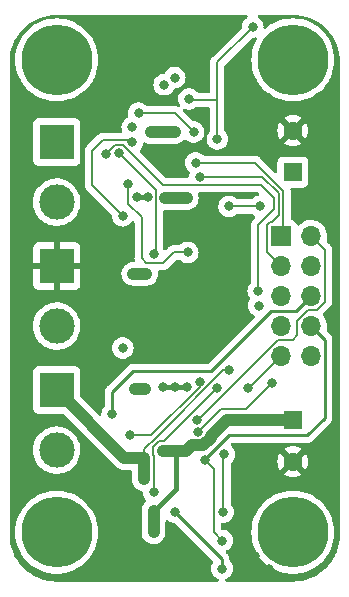
<source format=gbr>
%TF.GenerationSoftware,KiCad,Pcbnew,(6.0.0-rc1-124-g18b4ebcc17)*%
%TF.CreationDate,2021-11-27T01:21:43+01:00*%
%TF.ProjectId,2HBR_NG,32484252-5f4e-4472-9e6b-696361645f70,1*%
%TF.SameCoordinates,Original*%
%TF.FileFunction,Copper,L4,Bot*%
%TF.FilePolarity,Positive*%
%FSLAX46Y46*%
G04 Gerber Fmt 4.6, Leading zero omitted, Abs format (unit mm)*
G04 Created by KiCad (PCBNEW (6.0.0-rc1-124-g18b4ebcc17)) date 2021-11-27 01:21:43*
%MOMM*%
%LPD*%
G01*
G04 APERTURE LIST*
%TA.AperFunction,ComponentPad*%
%ADD10R,1.600000X1.600000*%
%TD*%
%TA.AperFunction,ComponentPad*%
%ADD11C,1.600000*%
%TD*%
%TA.AperFunction,ComponentPad*%
%ADD12R,3.000000X3.000000*%
%TD*%
%TA.AperFunction,ComponentPad*%
%ADD13C,3.000000*%
%TD*%
%TA.AperFunction,ComponentPad*%
%ADD14C,0.800000*%
%TD*%
%TA.AperFunction,ComponentPad*%
%ADD15C,6.000000*%
%TD*%
%TA.AperFunction,ComponentPad*%
%ADD16R,1.700000X1.700000*%
%TD*%
%TA.AperFunction,ComponentPad*%
%ADD17O,1.700000X1.700000*%
%TD*%
%TA.AperFunction,ViaPad*%
%ADD18C,0.800000*%
%TD*%
%TA.AperFunction,Conductor*%
%ADD19C,0.200000*%
%TD*%
%TA.AperFunction,Conductor*%
%ADD20C,1.000000*%
%TD*%
%TA.AperFunction,Conductor*%
%ADD21C,0.400000*%
%TD*%
%TA.AperFunction,Conductor*%
%ADD22C,0.250000*%
%TD*%
G04 APERTURE END LIST*
D10*
%TO.P,C8,1*%
%TO.N,VIN*%
X170000001Y-69500000D03*
D11*
%TO.P,C8,2*%
%TO.N,GND*%
X170000001Y-66000000D03*
%TD*%
D12*
%TO.P,J3,1,Pin_1*%
%TO.N,U2-OUT1*%
X150000000Y-87960000D03*
D13*
%TO.P,J3,2,Pin_2*%
%TO.N,U2-OUT2*%
X150000000Y-93040000D03*
%TD*%
D12*
%TO.P,J1,1,Pin_1*%
%TO.N,GND*%
X150000000Y-77460000D03*
D13*
%TO.P,J1,2,Pin_2*%
%TO.N,VIN*%
X150000000Y-82540000D03*
%TD*%
D14*
%TO.P,H4,1,1*%
%TO.N,unconnected-(H4-Pad1)*%
X148409010Y-98409010D03*
X150000000Y-102250000D03*
X150000000Y-97750000D03*
D15*
X150000000Y-100000000D03*
D14*
X152250000Y-100000000D03*
X151590990Y-98409010D03*
X148409010Y-101590990D03*
X147750000Y-100000000D03*
X151590990Y-101590990D03*
%TD*%
%TO.P,H3,1,1*%
%TO.N,unconnected-(H3-Pad1)*%
X148409010Y-58409010D03*
X147750000Y-60000000D03*
X152250000Y-60000000D03*
X151590990Y-58409010D03*
X150000000Y-57750000D03*
X148409010Y-61590990D03*
D15*
X150000000Y-60000000D03*
D14*
X151590990Y-61590990D03*
X150000000Y-62250000D03*
%TD*%
D16*
%TO.P,J4,1,Pin_1*%
%TO.N,U1-IN2*%
X169000000Y-74925000D03*
D17*
%TO.P,J4,2,Pin_2*%
%TO.N,U2-IN2*%
X171540000Y-74925000D03*
%TO.P,J4,3,Pin_3*%
%TO.N,U1-IN1*%
X169000000Y-77465000D03*
%TO.P,J4,4,Pin_4*%
%TO.N,U2-IN1*%
X171540000Y-77465000D03*
%TO.P,J4,5,Pin_5*%
%TO.N,U1-EN*%
X169000000Y-80005000D03*
%TO.P,J4,6,Pin_6*%
%TO.N,U2-EN*%
X171540000Y-80005000D03*
%TO.P,J4,7,Pin_7*%
%TO.N,U1-nFault*%
X169000000Y-82545000D03*
%TO.P,J4,8,Pin_8*%
%TO.N,U2-nFault*%
X171540000Y-82545000D03*
%TO.P,J4,9,Pin_9*%
%TO.N,GNDA*%
X169000000Y-85085000D03*
%TO.P,J4,10,Pin_10*%
X171540000Y-85085000D03*
%TD*%
D10*
%TO.P,C9,1*%
%TO.N,VIN*%
X170000001Y-90527350D03*
D11*
%TO.P,C9,2*%
%TO.N,GND*%
X170000001Y-94027350D03*
%TD*%
D15*
%TO.P,H2,1,1*%
%TO.N,unconnected-(H2-Pad1)*%
X170000000Y-60000000D03*
D14*
X170000000Y-62250000D03*
X168409010Y-61590990D03*
X168409010Y-58409010D03*
X170000000Y-57750000D03*
X171590990Y-58409010D03*
X172250000Y-60000000D03*
X171590990Y-61590990D03*
X167750000Y-60000000D03*
%TD*%
D12*
%TO.P,J2,1,Pin_1*%
%TO.N,U1-OUT1*%
X150000000Y-66960000D03*
D13*
%TO.P,J2,2,Pin_2*%
%TO.N,U1-OUT2*%
X150000000Y-72040000D03*
%TD*%
D14*
%TO.P,H1,1,1*%
%TO.N,unconnected-(H1-Pad1)*%
X172250000Y-100000000D03*
X170000000Y-102250000D03*
X168409010Y-101590990D03*
X171590990Y-101590990D03*
X171590990Y-98409010D03*
X168409010Y-98409010D03*
X170000000Y-97750000D03*
X167750000Y-100000000D03*
D15*
X170000000Y-100000000D03*
%TD*%
D18*
%TO.N,U1-OUT2*%
X155600000Y-73200000D03*
X156400000Y-65700000D03*
X156400000Y-66991999D03*
%TO.N,U2-OUT2*%
X157500000Y-87900000D03*
X155600000Y-84400000D03*
X156600000Y-87900000D03*
%TO.N,U1-OUT1*%
X156800000Y-71600000D03*
X157700000Y-71600000D03*
%TO.N,U2-OUT1*%
X164600000Y-86300000D03*
X157400000Y-93700000D03*
X157400000Y-95500000D03*
X157400000Y-94600000D03*
%TO.N,GNDA*%
X163600000Y-66700000D03*
X157600000Y-78100000D03*
X164000000Y-103080000D03*
X156500000Y-78100000D03*
X166600000Y-57200000D03*
X166200000Y-87800000D03*
X160000000Y-98300000D03*
X161200000Y-63300000D03*
%TO.N,Net-(R4-Pad1)*%
X162122919Y-87288898D03*
X156200000Y-91800000D03*
%TO.N,VIN*%
X158980000Y-93090000D03*
X158200000Y-100000000D03*
X158200000Y-99100000D03*
X160000000Y-66100000D03*
X159000000Y-87700000D03*
X159000000Y-66100000D03*
X161000000Y-87700000D03*
X159100000Y-62100000D03*
X159200000Y-71700500D03*
X160981770Y-93118230D03*
X160000000Y-61500000D03*
X158200000Y-98200000D03*
X160070000Y-93120000D03*
X161000000Y-71700500D03*
X160100000Y-71700500D03*
X158000000Y-66100500D03*
X160000000Y-87700000D03*
%TO.N,GND*%
X152600000Y-86200000D03*
X152600000Y-76600000D03*
X172500000Y-69460000D03*
X160010000Y-101370000D03*
X157430000Y-82740000D03*
X147190000Y-72215000D03*
X152600000Y-88340000D03*
X172980000Y-72560000D03*
X152600000Y-74600000D03*
X167970000Y-103070000D03*
X147190000Y-64220000D03*
X153400000Y-101800000D03*
X153000000Y-103200000D03*
X147190000Y-85200000D03*
X147190000Y-96200000D03*
X163210000Y-77240000D03*
X147190000Y-69550000D03*
X147190000Y-77545000D03*
X147190000Y-82875000D03*
X155080000Y-101380000D03*
X152600000Y-72600000D03*
X147190000Y-66885000D03*
X156670000Y-99500000D03*
X158970000Y-79990000D03*
X147190000Y-93535000D03*
X161280000Y-79930000D03*
X147190000Y-80210000D03*
X147190000Y-74880000D03*
X147190000Y-90870000D03*
X154170000Y-57810000D03*
X160000000Y-58700000D03*
X160255000Y-82740000D03*
X155090000Y-99430000D03*
X163080000Y-82740000D03*
X166800000Y-102000000D03*
X156650000Y-101400000D03*
X147190000Y-88205000D03*
X152600000Y-63750000D03*
X172040000Y-63390000D03*
X156000000Y-58800000D03*
X152600000Y-84160000D03*
X166480000Y-63390000D03*
%TO.N,Net-(R1-Pad1)*%
X155300000Y-67900000D03*
X158200000Y-76400000D03*
%TO.N,Net-(R3-Pad1)*%
X156076898Y-70499500D03*
X161100000Y-76300000D03*
%TO.N,U1-nFault*%
X164600000Y-72400000D03*
X167200000Y-72400000D03*
%TO.N,U2-nFault*%
X164020000Y-100700000D03*
X162600000Y-93900000D03*
%TO.N,U2-IFB*%
X163600000Y-87800000D03*
X158200000Y-96600000D03*
%TO.N,U1-EN*%
X167070000Y-79530000D03*
X154210000Y-67940000D03*
%TO.N,U1-IN1*%
X162100000Y-69900000D03*
%TO.N,U1-IN2*%
X161771140Y-68721757D03*
%TO.N,U2-IN1*%
X168200000Y-87400000D03*
X161935156Y-91528134D03*
%TO.N,U2-IN2*%
X161899999Y-90499999D03*
%TO.N,U2-EN*%
X154700000Y-90000000D03*
%TO.N,U1-IFB*%
X161600000Y-66100000D03*
X156930000Y-64500000D03*
%TO.N,U2-VCC*%
X164200000Y-93400000D03*
X164125000Y-98275000D03*
X167100000Y-80800000D03*
%TD*%
D19*
%TO.N,U1-OUT2*%
X153909766Y-66800989D02*
X156208990Y-66800989D01*
X156208990Y-66800989D02*
X156400000Y-66991999D01*
X153000499Y-70600499D02*
X153000499Y-67710256D01*
X153000499Y-67710256D02*
X153909766Y-66800989D01*
X155600000Y-73200000D02*
X153000499Y-70600499D01*
D20*
%TO.N,U2-OUT2*%
X156600000Y-87900000D02*
X157500000Y-87900000D01*
D21*
%TO.N,U1-OUT1*%
X156800000Y-71600000D02*
X157700000Y-71600000D01*
D20*
%TO.N,U2-OUT1*%
X157400000Y-93700000D02*
X157400000Y-94600000D01*
X157400000Y-94600000D02*
X157400000Y-95500000D01*
D19*
X158519777Y-91890978D02*
X164110755Y-86300000D01*
X157400000Y-92974327D02*
X158483349Y-91890978D01*
D20*
X150000000Y-87960000D02*
X155740000Y-93700000D01*
D19*
X164110755Y-86300000D02*
X164600000Y-86300000D01*
D20*
X155740000Y-93700000D02*
X157400000Y-93700000D01*
D19*
X158483349Y-91890978D02*
X158519777Y-91890978D01*
X157400000Y-93700000D02*
X157400000Y-92974327D01*
%TO.N,GNDA*%
X169000000Y-85085000D02*
X166285000Y-87800000D01*
X161300000Y-63400000D02*
X163600000Y-63400000D01*
X166285000Y-87800000D02*
X166200000Y-87800000D01*
X163600000Y-63400000D02*
X163600000Y-60200000D01*
D20*
X156500000Y-78100000D02*
X157600000Y-78100000D01*
D19*
X161200000Y-63300000D02*
X161300000Y-63400000D01*
D22*
X160000000Y-98300000D02*
X164000000Y-102300000D01*
X164000000Y-102300000D02*
X164000000Y-103080000D01*
D19*
X163600000Y-60200000D02*
X166600000Y-57200000D01*
X163600000Y-66700000D02*
X163600000Y-63400000D01*
%TO.N,Net-(R4-Pad1)*%
X158009333Y-91800000D02*
X162122919Y-87686414D01*
X162122919Y-87686414D02*
X162122919Y-87288898D01*
X156200000Y-91800000D02*
X158009333Y-91800000D01*
%TO.N,VIN*%
X158200000Y-100000000D02*
X158200000Y-99100000D01*
D20*
X161450499Y-92649501D02*
X160981770Y-93118230D01*
D21*
X160070000Y-96330000D02*
X158200000Y-98200000D01*
D20*
X170000001Y-90527350D02*
X164417720Y-90527350D01*
D21*
X159000000Y-87700000D02*
X161000000Y-87700000D01*
D20*
X159999500Y-66100500D02*
X160000000Y-66100000D01*
D19*
X159200000Y-71700500D02*
X160100000Y-71700500D01*
D20*
X158000000Y-66100500D02*
X159999500Y-66100500D01*
D19*
X160000000Y-87700000D02*
X161000000Y-87700000D01*
D20*
X158980000Y-93090000D02*
X159008230Y-93118230D01*
D21*
X160070000Y-93120000D02*
X160070000Y-96330000D01*
D20*
X163059501Y-91885569D02*
X163059501Y-92005429D01*
X162415429Y-92649501D02*
X161450499Y-92649501D01*
X159200000Y-71700500D02*
X161000000Y-71700500D01*
X164417720Y-90527350D02*
X163059501Y-91885569D01*
X158200000Y-100000000D02*
X158200000Y-98200000D01*
X159008230Y-93118230D02*
X160981770Y-93118230D01*
X163059501Y-92005429D02*
X162415429Y-92649501D01*
D21*
%TO.N,GND*%
X159900000Y-58800000D02*
X160000000Y-58700000D01*
X156000000Y-58800000D02*
X159900000Y-58800000D01*
D19*
%TO.N,Net-(R1-Pad1)*%
X158400000Y-76200000D02*
X158400000Y-71000000D01*
X158200000Y-76400000D02*
X158400000Y-76200000D01*
X158400000Y-71000000D02*
X155300000Y-67900000D01*
%TO.N,Net-(R3-Pad1)*%
X159000000Y-77200000D02*
X157600000Y-77200000D01*
X157600000Y-77200000D02*
X157200000Y-76800000D01*
X156076898Y-72176898D02*
X156076898Y-70499500D01*
X159900000Y-76300000D02*
X159000000Y-77200000D01*
X157200000Y-76800000D02*
X157200000Y-73300000D01*
X157200000Y-73300000D02*
X156076898Y-72176898D01*
X161100000Y-76300000D02*
X159900000Y-76300000D01*
%TO.N,U1-nFault*%
X164600000Y-72400000D02*
X167200000Y-72400000D01*
D22*
%TO.N,U2-nFault*%
X162600000Y-93900000D02*
X162600000Y-93775400D01*
X162600000Y-93775400D02*
X164575400Y-91800000D01*
X164575400Y-91800000D02*
X170170000Y-91800000D01*
D19*
X167700000Y-91800000D02*
X170170000Y-91800000D01*
X163300000Y-99500000D02*
X163300000Y-99980000D01*
X163300000Y-94600000D02*
X162600000Y-93900000D01*
D22*
X171540000Y-82545000D02*
X172714511Y-83719511D01*
X172714511Y-90285489D02*
X171200000Y-91800000D01*
D19*
X163300000Y-99980000D02*
X164020000Y-100700000D01*
D22*
X172714511Y-83719511D02*
X172714511Y-90285489D01*
X171200000Y-91800000D02*
X170170000Y-91800000D01*
D19*
X163300000Y-99500000D02*
X163300000Y-94600000D01*
%TO.N,U2-IFB*%
X158180489Y-92758831D02*
X158648831Y-92290489D01*
X158648831Y-92290489D02*
X159120265Y-92290489D01*
X163355377Y-88044623D02*
X163600000Y-87800000D01*
X159120265Y-92290489D02*
X163355377Y-88055377D01*
X163355377Y-88055377D02*
X163355377Y-88044623D01*
X158200000Y-96600000D02*
X158200000Y-93440680D01*
X158180489Y-93421169D02*
X158180489Y-92758831D01*
X158200000Y-93440680D02*
X158180489Y-93421169D01*
%TO.N,U1-EN*%
X155589744Y-67200499D02*
X158989245Y-70600000D01*
X154210000Y-67940000D02*
X154949501Y-67200499D01*
X167300000Y-70600000D02*
X168400000Y-71700000D01*
X167070000Y-73990985D02*
X167070000Y-79530000D01*
X168400000Y-72660985D02*
X167070000Y-73990985D01*
X154949501Y-67200499D02*
X155589744Y-67200499D01*
X158989245Y-70600000D02*
X167300000Y-70600000D01*
X168400000Y-71700000D02*
X168400000Y-72660985D01*
%TO.N,U1-IN1*%
X168799510Y-71299510D02*
X168799510Y-73165484D01*
X167400000Y-69900000D02*
X168799510Y-71299510D01*
X168799510Y-73165484D02*
X168265482Y-73699511D01*
X162100000Y-69900000D02*
X167400000Y-69900000D01*
X168065483Y-73699511D02*
X167799511Y-73965483D01*
X167799511Y-73965483D02*
X167799511Y-76264511D01*
X168265482Y-73699511D02*
X168065483Y-73699511D01*
X167799511Y-76264511D02*
X169000000Y-77465000D01*
%TO.N,U1-IN2*%
X169000000Y-74925000D02*
X169199020Y-74725980D01*
X166786751Y-68721757D02*
X161771140Y-68721757D01*
X169199020Y-74725980D02*
X169199020Y-71134026D01*
X169199020Y-71134026D02*
X166786751Y-68721757D01*
%TO.N,U2-IN1*%
X161935156Y-91528134D02*
X163933290Y-89530000D01*
X163933290Y-89530000D02*
X166070000Y-89530000D01*
X166070000Y-89530000D02*
X168200000Y-87400000D01*
%TO.N,U2-IN2*%
X171540000Y-74925000D02*
X172700000Y-76085000D01*
X172700000Y-80470655D02*
X172016144Y-81154511D01*
X170005489Y-83694511D02*
X168750111Y-83694511D01*
X172016144Y-81154511D02*
X171304834Y-81154511D01*
X170390489Y-83309511D02*
X170005489Y-83694511D01*
X170390489Y-82068856D02*
X170390489Y-83309511D01*
X172700000Y-76085000D02*
X172700000Y-80470655D01*
X161944623Y-90499999D02*
X161899999Y-90499999D01*
X171304834Y-81154511D02*
X170390489Y-82068856D01*
X168750111Y-83694511D02*
X161944623Y-90499999D01*
D22*
%TO.N,U2-EN*%
X170245000Y-81300000D02*
X171540000Y-80005000D01*
X163100000Y-86370000D02*
X168170000Y-81300000D01*
X154700000Y-88150000D02*
X156480000Y-86370000D01*
X156480000Y-86370000D02*
X163100000Y-86370000D01*
X154700000Y-90000000D02*
X154700000Y-88150000D01*
X168170000Y-81300000D02*
X170245000Y-81300000D01*
D19*
%TO.N,U1-IFB*%
X160000000Y-64500000D02*
X156930000Y-64500000D01*
X161600000Y-66100000D02*
X160000000Y-64500000D01*
%TO.N,U2-VCC*%
X164125000Y-93475000D02*
X164200000Y-93400000D01*
X164125000Y-98275000D02*
X164125000Y-93475000D01*
%TD*%
%TA.AperFunction,Conductor*%
%TO.N,GND*%
G36*
X166127602Y-56208000D02*
G01*
X166174095Y-56261656D01*
X166184199Y-56331930D01*
X166154705Y-56396510D01*
X166133542Y-56415934D01*
X166008965Y-56506445D01*
X165988747Y-56521134D01*
X165984326Y-56526044D01*
X165984325Y-56526045D01*
X165913995Y-56604155D01*
X165860960Y-56663056D01*
X165765473Y-56828444D01*
X165706458Y-57010072D01*
X165686496Y-57200000D01*
X165686684Y-57201786D01*
X165667184Y-57268196D01*
X165650281Y-57289170D01*
X163203766Y-59735685D01*
X163191375Y-59746552D01*
X163166013Y-59766013D01*
X163141526Y-59797925D01*
X163141523Y-59797928D01*
X163068476Y-59893124D01*
X163009314Y-60035954D01*
X163007162Y-60041150D01*
X162991500Y-60160115D01*
X162991500Y-60160120D01*
X162986250Y-60200000D01*
X162987328Y-60208188D01*
X162990422Y-60231690D01*
X162991500Y-60248136D01*
X162991500Y-62665500D01*
X162971498Y-62733621D01*
X162917842Y-62780114D01*
X162865500Y-62791500D01*
X162020749Y-62791500D01*
X161952628Y-62771498D01*
X161927113Y-62749810D01*
X161912537Y-62733621D01*
X161811253Y-62621134D01*
X161656752Y-62508882D01*
X161650724Y-62506198D01*
X161650722Y-62506197D01*
X161488319Y-62433891D01*
X161488318Y-62433891D01*
X161482288Y-62431206D01*
X161388887Y-62411353D01*
X161301944Y-62392872D01*
X161301939Y-62392872D01*
X161295487Y-62391500D01*
X161104513Y-62391500D01*
X161098061Y-62392872D01*
X161098056Y-62392872D01*
X161011113Y-62411353D01*
X160917712Y-62431206D01*
X160911682Y-62433891D01*
X160911681Y-62433891D01*
X160749278Y-62506197D01*
X160749276Y-62506198D01*
X160743248Y-62508882D01*
X160588747Y-62621134D01*
X160460960Y-62763056D01*
X160365473Y-62928444D01*
X160306458Y-63110072D01*
X160305768Y-63116633D01*
X160305768Y-63116635D01*
X160296000Y-63209573D01*
X160286496Y-63300000D01*
X160287186Y-63306565D01*
X160290719Y-63340175D01*
X160306458Y-63489928D01*
X160365473Y-63671556D01*
X160368776Y-63677278D01*
X160368777Y-63677279D01*
X160423607Y-63772248D01*
X160440345Y-63841244D01*
X160417124Y-63908336D01*
X160361317Y-63952223D01*
X160290642Y-63958971D01*
X160266278Y-63951660D01*
X160158851Y-63907162D01*
X160150664Y-63906084D01*
X160150663Y-63906084D01*
X160139458Y-63904609D01*
X160108262Y-63900502D01*
X160039885Y-63891500D01*
X160039882Y-63891500D01*
X160039874Y-63891499D01*
X160008189Y-63887328D01*
X160000000Y-63886250D01*
X159968307Y-63890422D01*
X159951864Y-63891500D01*
X157660710Y-63891500D01*
X157592589Y-63871498D01*
X157567074Y-63849811D01*
X157545668Y-63826037D01*
X157545666Y-63826036D01*
X157541253Y-63821134D01*
X157519671Y-63805454D01*
X157392094Y-63712763D01*
X157392093Y-63712762D01*
X157386752Y-63708882D01*
X157380724Y-63706198D01*
X157380722Y-63706197D01*
X157218319Y-63633891D01*
X157218318Y-63633891D01*
X157212288Y-63631206D01*
X157118888Y-63611353D01*
X157031944Y-63592872D01*
X157031939Y-63592872D01*
X157025487Y-63591500D01*
X156834513Y-63591500D01*
X156828061Y-63592872D01*
X156828056Y-63592872D01*
X156741112Y-63611353D01*
X156647712Y-63631206D01*
X156641682Y-63633891D01*
X156641681Y-63633891D01*
X156479278Y-63706197D01*
X156479276Y-63706198D01*
X156473248Y-63708882D01*
X156318747Y-63821134D01*
X156190960Y-63963056D01*
X156095473Y-64128444D01*
X156036458Y-64310072D01*
X156016496Y-64500000D01*
X156036458Y-64689928D01*
X156038496Y-64696202D01*
X156038498Y-64696209D01*
X156051771Y-64737059D01*
X156053798Y-64808027D01*
X156017135Y-64868824D01*
X155983187Y-64891100D01*
X155943248Y-64908882D01*
X155937907Y-64912762D01*
X155937906Y-64912763D01*
X155936289Y-64913938D01*
X155788747Y-65021134D01*
X155660960Y-65163056D01*
X155565473Y-65328444D01*
X155506458Y-65510072D01*
X155486496Y-65700000D01*
X155506458Y-65889928D01*
X155508498Y-65896206D01*
X155551175Y-66027553D01*
X155553202Y-66098521D01*
X155516540Y-66159318D01*
X155452828Y-66190644D01*
X155431342Y-66192489D01*
X153957902Y-66192489D01*
X153941459Y-66191411D01*
X153909766Y-66187239D01*
X153901577Y-66188317D01*
X153869892Y-66192488D01*
X153869883Y-66192489D01*
X153869881Y-66192489D01*
X153869875Y-66192490D01*
X153869873Y-66192490D01*
X153770309Y-66205598D01*
X153759102Y-66207073D01*
X153759100Y-66207074D01*
X153750915Y-66208151D01*
X153602890Y-66269465D01*
X153568041Y-66296206D01*
X153507703Y-66342504D01*
X153507687Y-66342518D01*
X153482332Y-66361973D01*
X153482329Y-66361976D01*
X153475779Y-66367002D01*
X153470749Y-66373557D01*
X153456314Y-66392368D01*
X153445447Y-66404759D01*
X152604265Y-67245941D01*
X152591874Y-67256808D01*
X152566512Y-67276269D01*
X152542025Y-67308181D01*
X152542022Y-67308184D01*
X152542016Y-67308192D01*
X152495143Y-67369278D01*
X152468975Y-67403380D01*
X152407661Y-67551405D01*
X152407661Y-67551406D01*
X152391999Y-67670371D01*
X152391999Y-67670376D01*
X152386749Y-67710256D01*
X152387827Y-67718444D01*
X152390921Y-67741946D01*
X152391999Y-67758392D01*
X152391999Y-70552363D01*
X152390921Y-70568806D01*
X152386749Y-70600499D01*
X152391999Y-70640379D01*
X152391999Y-70640384D01*
X152403956Y-70731206D01*
X152407661Y-70759350D01*
X152468975Y-70907375D01*
X152474002Y-70913926D01*
X152474003Y-70913928D01*
X152542019Y-71002568D01*
X152542025Y-71002574D01*
X152566512Y-71034486D01*
X152573067Y-71039516D01*
X152591878Y-71053951D01*
X152604269Y-71064818D01*
X154650281Y-73110830D01*
X154684307Y-73173142D01*
X154686841Y-73196716D01*
X154686496Y-73200000D01*
X154687186Y-73206565D01*
X154701151Y-73339431D01*
X154706458Y-73389928D01*
X154765473Y-73571556D01*
X154768776Y-73577278D01*
X154768777Y-73577279D01*
X154802686Y-73636010D01*
X154860960Y-73736944D01*
X154865378Y-73741851D01*
X154865379Y-73741852D01*
X154984325Y-73873955D01*
X154988747Y-73878866D01*
X155143248Y-73991118D01*
X155149276Y-73993802D01*
X155149278Y-73993803D01*
X155311681Y-74066109D01*
X155317712Y-74068794D01*
X155411112Y-74088647D01*
X155498056Y-74107128D01*
X155498061Y-74107128D01*
X155504513Y-74108500D01*
X155695487Y-74108500D01*
X155701939Y-74107128D01*
X155701944Y-74107128D01*
X155788888Y-74088647D01*
X155882288Y-74068794D01*
X155888319Y-74066109D01*
X156050722Y-73993803D01*
X156050724Y-73993802D01*
X156056752Y-73991118D01*
X156211253Y-73878866D01*
X156215675Y-73873955D01*
X156334621Y-73741852D01*
X156334622Y-73741851D01*
X156339040Y-73736944D01*
X156356382Y-73706907D01*
X156407764Y-73657915D01*
X156477478Y-73644480D01*
X156543389Y-73670867D01*
X156584570Y-73728699D01*
X156591500Y-73769909D01*
X156591500Y-76751864D01*
X156590422Y-76768307D01*
X156586250Y-76800000D01*
X156587328Y-76808189D01*
X156591500Y-76839880D01*
X156591500Y-76839885D01*
X156604278Y-76936944D01*
X156604278Y-76936947D01*
X156605872Y-76949057D01*
X156594931Y-77019205D01*
X156547802Y-77072303D01*
X156480950Y-77091500D01*
X156450231Y-77091500D01*
X156447175Y-77091800D01*
X156447168Y-77091800D01*
X156388660Y-77097537D01*
X156303167Y-77105920D01*
X156297266Y-77107702D01*
X156297264Y-77107702D01*
X156223947Y-77129838D01*
X156113831Y-77163084D01*
X155939204Y-77255934D01*
X155852938Y-77326291D01*
X155790713Y-77377040D01*
X155790710Y-77377043D01*
X155785938Y-77380935D01*
X155782011Y-77385682D01*
X155782009Y-77385684D01*
X155663799Y-77528575D01*
X155663797Y-77528579D01*
X155659870Y-77533325D01*
X155565802Y-77707299D01*
X155507318Y-77896232D01*
X155486645Y-78092925D01*
X155487204Y-78099065D01*
X155502810Y-78270544D01*
X155504570Y-78289888D01*
X155506308Y-78295794D01*
X155506309Y-78295798D01*
X155522922Y-78352244D01*
X155560410Y-78479619D01*
X155563263Y-78485077D01*
X155563265Y-78485081D01*
X155610720Y-78575853D01*
X155652040Y-78654890D01*
X155775968Y-78809025D01*
X155780692Y-78812989D01*
X155787933Y-78819065D01*
X155927474Y-78936154D01*
X155932872Y-78939121D01*
X155932877Y-78939125D01*
X156065202Y-79011870D01*
X156100787Y-79031433D01*
X156106654Y-79033294D01*
X156106656Y-79033295D01*
X156283436Y-79089373D01*
X156289306Y-79091235D01*
X156443227Y-79108500D01*
X157649769Y-79108500D01*
X157652825Y-79108200D01*
X157652832Y-79108200D01*
X157711340Y-79102463D01*
X157796833Y-79094080D01*
X157802734Y-79092298D01*
X157802736Y-79092298D01*
X157931571Y-79053400D01*
X157986169Y-79036916D01*
X158160796Y-78944066D01*
X158270477Y-78854612D01*
X158309287Y-78822960D01*
X158309290Y-78822957D01*
X158314062Y-78819065D01*
X158384315Y-78734144D01*
X158436201Y-78671425D01*
X158436203Y-78671421D01*
X158440130Y-78666675D01*
X158534198Y-78492701D01*
X158592682Y-78303768D01*
X158607049Y-78167077D01*
X158612711Y-78113204D01*
X158612711Y-78113202D01*
X158613355Y-78107075D01*
X158598689Y-77945920D01*
X158612434Y-77876266D01*
X158661656Y-77825102D01*
X158724170Y-77808500D01*
X158951864Y-77808500D01*
X158968307Y-77809578D01*
X159000000Y-77813750D01*
X159008189Y-77812672D01*
X159039874Y-77808501D01*
X159039884Y-77808500D01*
X159039885Y-77808500D01*
X159139457Y-77795391D01*
X159150664Y-77793916D01*
X159150666Y-77793915D01*
X159158851Y-77792838D01*
X159306876Y-77731524D01*
X159322071Y-77719865D01*
X159402072Y-77658477D01*
X159402075Y-77658474D01*
X159427434Y-77639015D01*
X159433987Y-77633987D01*
X159439017Y-77627432D01*
X159453452Y-77608621D01*
X159464319Y-77596230D01*
X160115144Y-76945405D01*
X160177456Y-76911379D01*
X160204239Y-76908500D01*
X160369290Y-76908500D01*
X160437411Y-76928502D01*
X160462926Y-76950189D01*
X160488747Y-76978866D01*
X160643248Y-77091118D01*
X160649276Y-77093802D01*
X160649278Y-77093803D01*
X160811681Y-77166109D01*
X160817712Y-77168794D01*
X160907528Y-77187885D01*
X160998056Y-77207128D01*
X160998061Y-77207128D01*
X161004513Y-77208500D01*
X161195487Y-77208500D01*
X161201939Y-77207128D01*
X161201944Y-77207128D01*
X161292472Y-77187885D01*
X161382288Y-77168794D01*
X161388319Y-77166109D01*
X161550722Y-77093803D01*
X161550724Y-77093802D01*
X161556752Y-77091118D01*
X161711253Y-76978866D01*
X161738093Y-76949057D01*
X161834621Y-76841852D01*
X161834622Y-76841851D01*
X161839040Y-76836944D01*
X161934527Y-76671556D01*
X161993542Y-76489928D01*
X161995842Y-76468051D01*
X162012814Y-76306565D01*
X162013504Y-76300000D01*
X162003872Y-76208357D01*
X161994232Y-76116635D01*
X161994232Y-76116633D01*
X161993542Y-76110072D01*
X161934527Y-75928444D01*
X161926955Y-75915328D01*
X161873601Y-75822918D01*
X161839040Y-75763056D01*
X161802025Y-75721946D01*
X161715675Y-75626045D01*
X161715674Y-75626044D01*
X161711253Y-75621134D01*
X161556752Y-75508882D01*
X161550724Y-75506198D01*
X161550722Y-75506197D01*
X161388319Y-75433891D01*
X161388318Y-75433891D01*
X161382288Y-75431206D01*
X161288887Y-75411353D01*
X161201944Y-75392872D01*
X161201939Y-75392872D01*
X161195487Y-75391500D01*
X161004513Y-75391500D01*
X160998061Y-75392872D01*
X160998056Y-75392872D01*
X160911113Y-75411353D01*
X160817712Y-75431206D01*
X160811682Y-75433891D01*
X160811681Y-75433891D01*
X160649278Y-75506197D01*
X160649276Y-75506198D01*
X160643248Y-75508882D01*
X160488747Y-75621134D01*
X160484334Y-75626036D01*
X160484332Y-75626037D01*
X160462926Y-75649811D01*
X160402480Y-75687050D01*
X160369290Y-75691500D01*
X159948136Y-75691500D01*
X159931690Y-75690422D01*
X159908188Y-75687328D01*
X159900000Y-75686250D01*
X159891812Y-75687328D01*
X159860129Y-75691499D01*
X159860120Y-75691500D01*
X159860115Y-75691500D01*
X159741150Y-75707162D01*
X159685802Y-75730088D01*
X159593124Y-75768476D01*
X159586573Y-75773503D01*
X159586571Y-75773504D01*
X159570607Y-75785754D01*
X159497928Y-75841523D01*
X159497925Y-75841526D01*
X159466013Y-75866013D01*
X159460983Y-75872568D01*
X159446548Y-75891379D01*
X159435681Y-75903770D01*
X159247720Y-76091731D01*
X159185408Y-76125757D01*
X159114593Y-76120692D01*
X159057757Y-76078145D01*
X159038793Y-76041575D01*
X159034527Y-76028444D01*
X159025380Y-76012602D01*
X159008500Y-75949603D01*
X159008500Y-72834512D01*
X159028502Y-72766391D01*
X159082158Y-72719898D01*
X159141198Y-72708772D01*
X159143227Y-72709000D01*
X161049769Y-72709000D01*
X161052825Y-72708700D01*
X161052832Y-72708700D01*
X161111340Y-72702963D01*
X161196833Y-72694580D01*
X161202734Y-72692798D01*
X161202736Y-72692798D01*
X161323238Y-72656416D01*
X161386169Y-72637416D01*
X161560796Y-72544566D01*
X161647062Y-72474209D01*
X161709287Y-72423460D01*
X161709290Y-72423457D01*
X161714062Y-72419565D01*
X161764069Y-72359117D01*
X161836201Y-72271925D01*
X161836203Y-72271921D01*
X161840130Y-72267175D01*
X161934198Y-72093201D01*
X161992682Y-71904268D01*
X161996413Y-71868774D01*
X162012711Y-71713704D01*
X162012711Y-71713702D01*
X162013355Y-71707575D01*
X161997304Y-71531206D01*
X161995989Y-71516751D01*
X161995988Y-71516748D01*
X161995430Y-71510612D01*
X161993134Y-71502809D01*
X161954068Y-71370075D01*
X161954023Y-71299078D01*
X161992369Y-71239328D01*
X162056931Y-71209794D01*
X162074942Y-71208500D01*
X166995760Y-71208500D01*
X167063881Y-71228502D01*
X167084855Y-71245405D01*
X167127163Y-71287713D01*
X167161189Y-71350025D01*
X167156124Y-71420840D01*
X167113577Y-71477676D01*
X167064265Y-71500055D01*
X166917712Y-71531206D01*
X166911682Y-71533891D01*
X166911681Y-71533891D01*
X166749278Y-71606197D01*
X166749276Y-71606198D01*
X166743248Y-71608882D01*
X166588747Y-71721134D01*
X166584334Y-71726036D01*
X166584332Y-71726037D01*
X166562926Y-71749811D01*
X166502480Y-71787050D01*
X166469290Y-71791500D01*
X165330710Y-71791500D01*
X165262589Y-71771498D01*
X165237074Y-71749811D01*
X165215668Y-71726037D01*
X165215666Y-71726036D01*
X165211253Y-71721134D01*
X165056752Y-71608882D01*
X165050724Y-71606198D01*
X165050722Y-71606197D01*
X164888319Y-71533891D01*
X164888318Y-71533891D01*
X164882288Y-71531206D01*
X164785401Y-71510612D01*
X164701944Y-71492872D01*
X164701939Y-71492872D01*
X164695487Y-71491500D01*
X164504513Y-71491500D01*
X164498061Y-71492872D01*
X164498056Y-71492872D01*
X164414599Y-71510612D01*
X164317712Y-71531206D01*
X164311682Y-71533891D01*
X164311681Y-71533891D01*
X164149278Y-71606197D01*
X164149276Y-71606198D01*
X164143248Y-71608882D01*
X163988747Y-71721134D01*
X163984326Y-71726044D01*
X163984325Y-71726045D01*
X163962597Y-71750177D01*
X163860960Y-71863056D01*
X163765473Y-72028444D01*
X163706458Y-72210072D01*
X163686496Y-72400000D01*
X163687186Y-72406565D01*
X163700030Y-72528765D01*
X163706458Y-72589928D01*
X163765473Y-72771556D01*
X163860960Y-72936944D01*
X163865378Y-72941851D01*
X163865379Y-72941852D01*
X163976081Y-73064799D01*
X163988747Y-73078866D01*
X164143248Y-73191118D01*
X164149276Y-73193802D01*
X164149278Y-73193803D01*
X164263135Y-73244495D01*
X164317712Y-73268794D01*
X164403143Y-73286953D01*
X164498056Y-73307128D01*
X164498061Y-73307128D01*
X164504513Y-73308500D01*
X164695487Y-73308500D01*
X164701939Y-73307128D01*
X164701944Y-73307128D01*
X164796857Y-73286953D01*
X164882288Y-73268794D01*
X164936865Y-73244495D01*
X165050722Y-73193803D01*
X165050724Y-73193802D01*
X165056752Y-73191118D01*
X165129973Y-73137920D01*
X165189671Y-73094546D01*
X165211253Y-73078866D01*
X165227369Y-73060968D01*
X165237074Y-73050189D01*
X165297520Y-73012950D01*
X165330710Y-73008500D01*
X166469290Y-73008500D01*
X166537411Y-73028502D01*
X166562926Y-73050189D01*
X166572632Y-73060968D01*
X166588747Y-73078866D01*
X166610329Y-73094546D01*
X166670028Y-73137920D01*
X166743248Y-73191118D01*
X166749278Y-73193803D01*
X166749282Y-73193805D01*
X166759866Y-73198517D01*
X166813964Y-73244495D01*
X166834615Y-73312422D01*
X166815265Y-73380730D01*
X166797716Y-73402720D01*
X166673766Y-73526670D01*
X166661375Y-73537537D01*
X166636013Y-73556998D01*
X166611526Y-73588910D01*
X166611523Y-73588913D01*
X166602584Y-73600562D01*
X166558576Y-73657915D01*
X166538476Y-73684109D01*
X166516591Y-73736944D01*
X166484577Y-73814234D01*
X166477415Y-73831524D01*
X166477162Y-73832135D01*
X166461500Y-73951100D01*
X166461500Y-73951105D01*
X166456250Y-73990985D01*
X166457328Y-73999173D01*
X166460422Y-74022675D01*
X166461500Y-74039121D01*
X166461500Y-78799710D01*
X166441498Y-78867831D01*
X166429136Y-78884020D01*
X166337642Y-78985635D01*
X166330960Y-78993056D01*
X166290952Y-79062352D01*
X166242001Y-79147138D01*
X166235473Y-79158444D01*
X166176458Y-79340072D01*
X166175768Y-79346633D01*
X166175768Y-79346635D01*
X166174275Y-79360840D01*
X166156496Y-79530000D01*
X166176458Y-79719928D01*
X166235473Y-79901556D01*
X166330960Y-80066944D01*
X166335378Y-80071851D01*
X166335379Y-80071852D01*
X166358617Y-80097660D01*
X166389334Y-80161668D01*
X166380571Y-80232121D01*
X166366916Y-80256034D01*
X166365384Y-80258143D01*
X166360960Y-80263056D01*
X166265473Y-80428444D01*
X166206458Y-80610072D01*
X166205768Y-80616633D01*
X166205768Y-80616635D01*
X166203614Y-80637134D01*
X166186496Y-80800000D01*
X166187186Y-80806565D01*
X166199540Y-80924103D01*
X166206458Y-80989928D01*
X166265473Y-81171556D01*
X166360960Y-81336944D01*
X166488747Y-81478866D01*
X166587843Y-81550864D01*
X166628173Y-81580165D01*
X166643248Y-81591118D01*
X166649281Y-81593804D01*
X166649286Y-81593807D01*
X166710837Y-81621212D01*
X166764933Y-81667192D01*
X166785582Y-81735119D01*
X166766229Y-81803427D01*
X166748683Y-81825413D01*
X164806110Y-83767985D01*
X162874500Y-85699595D01*
X162812188Y-85733621D01*
X162785405Y-85736500D01*
X156558767Y-85736500D01*
X156547584Y-85735973D01*
X156540091Y-85734298D01*
X156532165Y-85734547D01*
X156532164Y-85734547D01*
X156472014Y-85736438D01*
X156468055Y-85736500D01*
X156440144Y-85736500D01*
X156436210Y-85736997D01*
X156436209Y-85736997D01*
X156436144Y-85737005D01*
X156424307Y-85737938D01*
X156392490Y-85738938D01*
X156388029Y-85739078D01*
X156380110Y-85739327D01*
X156362454Y-85744456D01*
X156360658Y-85744978D01*
X156341306Y-85748986D01*
X156334235Y-85749880D01*
X156321203Y-85751526D01*
X156313834Y-85754443D01*
X156313832Y-85754444D01*
X156280097Y-85767800D01*
X156268869Y-85771645D01*
X156226407Y-85783982D01*
X156219584Y-85788017D01*
X156219582Y-85788018D01*
X156208972Y-85794293D01*
X156191224Y-85802988D01*
X156172383Y-85810448D01*
X156165967Y-85815110D01*
X156165966Y-85815110D01*
X156136613Y-85836436D01*
X156126693Y-85842952D01*
X156095465Y-85861420D01*
X156095462Y-85861422D01*
X156088638Y-85865458D01*
X156074317Y-85879779D01*
X156059284Y-85892619D01*
X156042893Y-85904528D01*
X156037842Y-85910634D01*
X156014702Y-85938605D01*
X156006712Y-85947384D01*
X154307747Y-87646348D01*
X154299461Y-87653888D01*
X154292982Y-87658000D01*
X154287557Y-87663777D01*
X154246357Y-87707651D01*
X154243602Y-87710493D01*
X154223865Y-87730230D01*
X154221385Y-87733427D01*
X154213682Y-87742447D01*
X154183414Y-87774679D01*
X154179595Y-87781625D01*
X154179593Y-87781628D01*
X154173652Y-87792434D01*
X154162801Y-87808953D01*
X154150386Y-87824959D01*
X154147241Y-87832228D01*
X154147238Y-87832232D01*
X154132826Y-87865537D01*
X154127609Y-87876187D01*
X154106305Y-87914940D01*
X154104334Y-87922615D01*
X154104334Y-87922616D01*
X154101267Y-87934562D01*
X154094863Y-87953266D01*
X154086819Y-87971855D01*
X154085580Y-87979678D01*
X154085577Y-87979688D01*
X154079901Y-88015524D01*
X154077495Y-88027144D01*
X154066500Y-88069970D01*
X154066500Y-88090224D01*
X154064949Y-88109934D01*
X154061780Y-88129943D01*
X154062526Y-88137835D01*
X154065941Y-88173961D01*
X154066500Y-88185819D01*
X154066500Y-89297476D01*
X154046498Y-89365597D01*
X154034142Y-89381779D01*
X153960960Y-89463056D01*
X153936907Y-89504717D01*
X153872061Y-89617034D01*
X153865473Y-89628444D01*
X153806458Y-89810072D01*
X153805768Y-89816633D01*
X153805768Y-89816635D01*
X153789807Y-89968500D01*
X153786496Y-90000000D01*
X153787186Y-90006565D01*
X153787186Y-90013170D01*
X153785242Y-90013170D01*
X153774147Y-90073849D01*
X153725647Y-90125697D01*
X153656815Y-90143093D01*
X153589504Y-90120514D01*
X153572513Y-90106279D01*
X152045405Y-88579171D01*
X152011379Y-88516859D01*
X152008500Y-88490076D01*
X152008500Y-86411866D01*
X152001745Y-86349684D01*
X151950615Y-86213295D01*
X151863261Y-86096739D01*
X151746705Y-86009385D01*
X151610316Y-85958255D01*
X151548134Y-85951500D01*
X148451866Y-85951500D01*
X148389684Y-85958255D01*
X148253295Y-86009385D01*
X148136739Y-86096739D01*
X148049385Y-86213295D01*
X147998255Y-86349684D01*
X147991500Y-86411866D01*
X147991500Y-89508134D01*
X147998255Y-89570316D01*
X148049385Y-89706705D01*
X148136739Y-89823261D01*
X148253295Y-89910615D01*
X148389684Y-89961745D01*
X148451866Y-89968500D01*
X150530075Y-89968500D01*
X150598196Y-89988502D01*
X150619170Y-90005405D01*
X154983145Y-94369379D01*
X154992247Y-94379522D01*
X155015968Y-94409025D01*
X155054421Y-94441291D01*
X155058069Y-94444472D01*
X155059881Y-94446115D01*
X155062075Y-94448309D01*
X155095349Y-94475642D01*
X155096147Y-94476304D01*
X155167474Y-94536154D01*
X155172144Y-94538722D01*
X155176261Y-94542103D01*
X155234145Y-94573140D01*
X155258086Y-94585977D01*
X155259245Y-94586606D01*
X155335381Y-94628462D01*
X155335389Y-94628465D01*
X155340787Y-94631433D01*
X155345869Y-94633045D01*
X155350563Y-94635562D01*
X155356454Y-94637363D01*
X155439477Y-94662747D01*
X155440735Y-94663139D01*
X155529306Y-94691235D01*
X155534597Y-94691829D01*
X155539698Y-94693388D01*
X155632263Y-94702790D01*
X155633450Y-94702916D01*
X155662838Y-94706213D01*
X155679730Y-94708108D01*
X155679735Y-94708108D01*
X155683227Y-94708500D01*
X155686752Y-94708500D01*
X155687737Y-94708555D01*
X155693432Y-94709003D01*
X155705342Y-94710213D01*
X155730334Y-94712752D01*
X155730339Y-94712752D01*
X155736462Y-94713374D01*
X155782108Y-94709059D01*
X155793967Y-94708500D01*
X156265500Y-94708500D01*
X156333621Y-94728502D01*
X156380114Y-94782158D01*
X156391500Y-94834500D01*
X156391500Y-95549769D01*
X156405920Y-95696833D01*
X156463084Y-95886169D01*
X156555934Y-96060796D01*
X156626291Y-96147062D01*
X156677040Y-96209287D01*
X156677043Y-96209290D01*
X156680935Y-96214062D01*
X156685682Y-96217989D01*
X156685684Y-96217991D01*
X156828575Y-96336201D01*
X156828579Y-96336203D01*
X156833325Y-96340130D01*
X157007299Y-96434198D01*
X157176859Y-96486685D01*
X157196232Y-96492682D01*
X157195559Y-96494857D01*
X157249279Y-96523387D01*
X157284024Y-96585300D01*
X157286531Y-96600333D01*
X157306458Y-96789928D01*
X157365473Y-96971556D01*
X157460960Y-97136944D01*
X157465378Y-97141851D01*
X157465379Y-97141852D01*
X157561479Y-97248582D01*
X157592197Y-97312589D01*
X157583432Y-97383043D01*
X157546798Y-97431085D01*
X157490975Y-97475968D01*
X157363846Y-97627474D01*
X157360879Y-97632872D01*
X157360875Y-97632877D01*
X157303053Y-97738056D01*
X157268567Y-97800787D01*
X157266706Y-97806654D01*
X157266705Y-97806656D01*
X157236002Y-97903444D01*
X157208765Y-97989306D01*
X157191500Y-98143227D01*
X157191500Y-100049769D01*
X157191800Y-100052825D01*
X157191800Y-100052832D01*
X157192530Y-100060273D01*
X157205920Y-100196833D01*
X157207702Y-100202734D01*
X157207702Y-100202736D01*
X157210051Y-100210516D01*
X157263084Y-100386169D01*
X157355934Y-100560796D01*
X157382943Y-100593912D01*
X157477040Y-100709287D01*
X157477043Y-100709290D01*
X157480935Y-100714062D01*
X157485682Y-100717989D01*
X157485684Y-100717991D01*
X157628575Y-100836201D01*
X157628579Y-100836203D01*
X157633325Y-100840130D01*
X157807299Y-100934198D01*
X157996232Y-100992682D01*
X158002357Y-100993326D01*
X158002358Y-100993326D01*
X158186796Y-101012711D01*
X158186798Y-101012711D01*
X158192925Y-101013355D01*
X158284797Y-101004994D01*
X158383749Y-100995989D01*
X158383752Y-100995988D01*
X158389888Y-100995430D01*
X158395794Y-100993692D01*
X158395798Y-100993691D01*
X158500924Y-100962751D01*
X158579619Y-100939590D01*
X158585077Y-100936737D01*
X158585081Y-100936735D01*
X158687167Y-100883365D01*
X158754890Y-100847960D01*
X158909025Y-100724032D01*
X159036154Y-100572526D01*
X159039121Y-100567128D01*
X159039125Y-100567123D01*
X159128467Y-100404608D01*
X159131433Y-100399213D01*
X159133846Y-100391608D01*
X159189373Y-100216564D01*
X159189373Y-100216563D01*
X159191235Y-100210694D01*
X159208500Y-100056773D01*
X159208500Y-99095198D01*
X159228502Y-99027077D01*
X159282158Y-98980584D01*
X159352432Y-98970480D01*
X159408561Y-98993262D01*
X159512534Y-99068803D01*
X159543248Y-99091118D01*
X159549276Y-99093802D01*
X159549278Y-99093803D01*
X159711681Y-99166109D01*
X159717712Y-99168794D01*
X159811113Y-99188647D01*
X159898056Y-99207128D01*
X159898061Y-99207128D01*
X159904513Y-99208500D01*
X159960406Y-99208500D01*
X160028527Y-99228502D01*
X160049501Y-99245405D01*
X163224143Y-102420047D01*
X163258169Y-102482359D01*
X163253104Y-102553174D01*
X163244167Y-102572142D01*
X163165473Y-102708444D01*
X163106458Y-102890072D01*
X163086496Y-103080000D01*
X163087186Y-103086565D01*
X163100115Y-103209573D01*
X163106458Y-103269928D01*
X163165473Y-103451556D01*
X163260960Y-103616944D01*
X163388747Y-103758866D01*
X163543248Y-103871118D01*
X163549274Y-103873801D01*
X163549281Y-103873805D01*
X163677505Y-103930893D01*
X163731601Y-103976873D01*
X163752251Y-104044800D01*
X163732899Y-104113108D01*
X163679688Y-104160110D01*
X163626257Y-104172000D01*
X150049312Y-104172000D01*
X150029927Y-104170500D01*
X150015139Y-104168197D01*
X150015135Y-104168197D01*
X150006266Y-104166816D01*
X149987101Y-104169322D01*
X149986370Y-104169418D01*
X149964212Y-104170348D01*
X149637479Y-104155242D01*
X149625890Y-104154168D01*
X149272232Y-104104834D01*
X149260792Y-104102695D01*
X149242284Y-104098342D01*
X148913195Y-104020941D01*
X148902019Y-104017761D01*
X148696251Y-103948794D01*
X148563444Y-103904281D01*
X148552592Y-103900077D01*
X148225934Y-103755844D01*
X148215516Y-103750656D01*
X147903575Y-103576906D01*
X147893680Y-103570780D01*
X147599086Y-103368978D01*
X147589798Y-103361964D01*
X147315079Y-103133840D01*
X147306479Y-103125999D01*
X147053999Y-102873519D01*
X147046158Y-102864919D01*
X146818035Y-102590200D01*
X146811021Y-102580912D01*
X146609225Y-102286326D01*
X146603099Y-102276431D01*
X146429340Y-101964473D01*
X146424152Y-101954055D01*
X146407110Y-101915457D01*
X146359436Y-101807486D01*
X146279923Y-101627405D01*
X146275719Y-101616553D01*
X146194408Y-101373955D01*
X146162239Y-101277978D01*
X146159057Y-101266792D01*
X146077306Y-100919203D01*
X146075167Y-100907764D01*
X146025834Y-100554107D01*
X146024760Y-100542518D01*
X146009997Y-100223184D01*
X146011362Y-100197985D01*
X146011805Y-100195142D01*
X146011805Y-100195140D01*
X146013186Y-100186270D01*
X146011547Y-100173731D01*
X146009064Y-100154749D01*
X146008000Y-100138411D01*
X146008000Y-100000000D01*
X146486685Y-100000000D01*
X146505931Y-100367241D01*
X146563459Y-100730459D01*
X146658639Y-101085674D01*
X146790427Y-101428994D01*
X146791925Y-101431934D01*
X146949309Y-101740816D01*
X146957380Y-101756657D01*
X146959176Y-101759423D01*
X146959178Y-101759426D01*
X147005612Y-101830928D01*
X147157668Y-102065075D01*
X147389098Y-102350867D01*
X147649133Y-102610902D01*
X147934925Y-102842332D01*
X148243342Y-103042620D01*
X148246276Y-103044115D01*
X148246283Y-103044119D01*
X148406994Y-103126005D01*
X148571006Y-103209573D01*
X148914326Y-103341361D01*
X149269541Y-103436541D01*
X149462558Y-103467112D01*
X149629511Y-103493555D01*
X149629519Y-103493556D01*
X149632759Y-103494069D01*
X150000000Y-103513315D01*
X150367241Y-103494069D01*
X150370481Y-103493556D01*
X150370489Y-103493555D01*
X150537442Y-103467112D01*
X150730459Y-103436541D01*
X151085674Y-103341361D01*
X151428994Y-103209573D01*
X151593006Y-103126005D01*
X151753717Y-103044119D01*
X151753724Y-103044115D01*
X151756658Y-103042620D01*
X152065075Y-102842332D01*
X152350867Y-102610902D01*
X152610902Y-102350867D01*
X152842332Y-102065075D01*
X152994388Y-101830928D01*
X153040822Y-101759426D01*
X153040824Y-101759423D01*
X153042620Y-101756657D01*
X153050692Y-101740816D01*
X153208075Y-101431934D01*
X153209573Y-101428994D01*
X153341361Y-101085674D01*
X153436541Y-100730459D01*
X153494069Y-100367241D01*
X153513315Y-100000000D01*
X153494069Y-99632759D01*
X153436541Y-99269541D01*
X153341361Y-98914326D01*
X153209573Y-98571006D01*
X153158722Y-98471206D01*
X153044119Y-98246284D01*
X153044115Y-98246277D01*
X153042620Y-98243343D01*
X152842332Y-97934925D01*
X152610902Y-97649133D01*
X152350867Y-97389098D01*
X152065075Y-97157668D01*
X151756658Y-96957380D01*
X151753724Y-96955885D01*
X151753717Y-96955881D01*
X151431934Y-96791925D01*
X151428994Y-96790427D01*
X151108135Y-96667261D01*
X151088764Y-96659825D01*
X151088762Y-96659824D01*
X151085674Y-96658639D01*
X150730459Y-96563459D01*
X150537442Y-96532888D01*
X150370489Y-96506445D01*
X150370481Y-96506444D01*
X150367241Y-96505931D01*
X150000000Y-96486685D01*
X149632759Y-96505931D01*
X149629519Y-96506444D01*
X149629511Y-96506445D01*
X149462558Y-96532888D01*
X149269541Y-96563459D01*
X148914326Y-96658639D01*
X148911238Y-96659824D01*
X148911236Y-96659825D01*
X148891865Y-96667261D01*
X148571006Y-96790427D01*
X148568066Y-96791925D01*
X148246284Y-96955881D01*
X148246277Y-96955885D01*
X148243343Y-96957380D01*
X148240577Y-96959176D01*
X148240574Y-96959178D01*
X148212701Y-96977279D01*
X147934925Y-97157668D01*
X147649133Y-97389098D01*
X147389098Y-97649133D01*
X147157668Y-97934925D01*
X146957380Y-98243343D01*
X146955885Y-98246277D01*
X146955881Y-98246284D01*
X146841278Y-98471206D01*
X146790427Y-98571006D01*
X146658639Y-98914326D01*
X146563459Y-99269541D01*
X146505931Y-99632759D01*
X146486685Y-100000000D01*
X146008000Y-100000000D01*
X146008000Y-93018918D01*
X147986917Y-93018918D01*
X148002682Y-93292320D01*
X148003507Y-93296525D01*
X148003508Y-93296533D01*
X148022520Y-93393435D01*
X148055405Y-93561053D01*
X148056792Y-93565103D01*
X148056793Y-93565108D01*
X148129436Y-93777279D01*
X148144112Y-93820144D01*
X148146039Y-93823975D01*
X148263167Y-94056859D01*
X148267160Y-94064799D01*
X148269586Y-94068328D01*
X148269589Y-94068334D01*
X148359777Y-94199557D01*
X148422274Y-94290490D01*
X148425161Y-94293663D01*
X148425162Y-94293664D01*
X148590625Y-94475506D01*
X148606582Y-94493043D01*
X148609877Y-94495798D01*
X148609878Y-94495799D01*
X148668739Y-94545014D01*
X148816675Y-94668707D01*
X148820316Y-94670991D01*
X149045024Y-94811951D01*
X149045028Y-94811953D01*
X149048664Y-94814234D01*
X149116544Y-94844883D01*
X149294345Y-94925164D01*
X149294349Y-94925166D01*
X149298257Y-94926930D01*
X149302377Y-94928150D01*
X149302376Y-94928150D01*
X149556723Y-95003491D01*
X149556727Y-95003492D01*
X149560836Y-95004709D01*
X149565070Y-95005357D01*
X149565075Y-95005358D01*
X149827298Y-95045483D01*
X149827300Y-95045483D01*
X149831540Y-95046132D01*
X149970912Y-95048322D01*
X150101071Y-95050367D01*
X150101077Y-95050367D01*
X150105362Y-95050434D01*
X150377235Y-95017534D01*
X150642127Y-94948041D01*
X150646087Y-94946401D01*
X150646092Y-94946399D01*
X150801182Y-94882158D01*
X150895136Y-94843241D01*
X151022537Y-94768794D01*
X151127879Y-94707237D01*
X151127880Y-94707236D01*
X151131582Y-94705073D01*
X151347089Y-94536094D01*
X151350868Y-94532195D01*
X151486834Y-94391889D01*
X151537669Y-94339431D01*
X151540202Y-94335983D01*
X151540206Y-94335978D01*
X151697257Y-94122178D01*
X151699795Y-94118723D01*
X151704244Y-94110529D01*
X151828418Y-93881830D01*
X151828419Y-93881828D01*
X151830468Y-93878054D01*
X151911752Y-93662942D01*
X151925751Y-93625895D01*
X151925752Y-93625891D01*
X151927269Y-93621877D01*
X151976582Y-93406565D01*
X151987449Y-93359117D01*
X151987450Y-93359113D01*
X151988407Y-93354933D01*
X151991959Y-93315139D01*
X152012531Y-93084627D01*
X152012531Y-93084625D01*
X152012751Y-93082161D01*
X152013193Y-93040000D01*
X152007316Y-92953784D01*
X151994859Y-92771055D01*
X151994858Y-92771049D01*
X151994567Y-92766778D01*
X151985115Y-92721134D01*
X151954028Y-92571024D01*
X151939032Y-92498612D01*
X151847617Y-92240465D01*
X151722013Y-91997112D01*
X151712040Y-91982921D01*
X151599393Y-91822641D01*
X151564545Y-91773057D01*
X151378125Y-91572445D01*
X151374810Y-91569731D01*
X151374806Y-91569728D01*
X151202751Y-91428903D01*
X151166205Y-91398990D01*
X150932704Y-91255901D01*
X150928768Y-91254173D01*
X150685873Y-91147549D01*
X150685869Y-91147548D01*
X150681945Y-91145825D01*
X150418566Y-91070800D01*
X150414324Y-91070196D01*
X150414318Y-91070195D01*
X150213834Y-91041662D01*
X150147443Y-91032213D01*
X150003589Y-91031460D01*
X149877877Y-91030802D01*
X149877871Y-91030802D01*
X149873591Y-91030780D01*
X149869347Y-91031339D01*
X149869343Y-91031339D01*
X149750302Y-91047011D01*
X149602078Y-91066525D01*
X149597938Y-91067658D01*
X149597936Y-91067658D01*
X149525008Y-91087609D01*
X149337928Y-91138788D01*
X149333980Y-91140472D01*
X149089982Y-91244546D01*
X149089978Y-91244548D01*
X149086030Y-91246232D01*
X149066125Y-91258145D01*
X148854725Y-91384664D01*
X148854721Y-91384667D01*
X148851043Y-91386868D01*
X148637318Y-91558094D01*
X148448808Y-91756742D01*
X148289002Y-91979136D01*
X148160857Y-92221161D01*
X148159385Y-92225184D01*
X148159383Y-92225188D01*
X148069646Y-92470405D01*
X148066743Y-92478337D01*
X148008404Y-92745907D01*
X147986917Y-93018918D01*
X146008000Y-93018918D01*
X146008000Y-82518918D01*
X147986917Y-82518918D01*
X148002682Y-82792320D01*
X148003507Y-82796525D01*
X148003508Y-82796533D01*
X148011648Y-82838022D01*
X148055405Y-83061053D01*
X148056792Y-83065103D01*
X148056793Y-83065108D01*
X148141948Y-83313824D01*
X148144112Y-83320144D01*
X148146039Y-83323975D01*
X148250265Y-83531206D01*
X148267160Y-83564799D01*
X148269586Y-83568328D01*
X148269589Y-83568334D01*
X148377982Y-83726045D01*
X148422274Y-83790490D01*
X148425161Y-83793663D01*
X148425162Y-83793664D01*
X148550589Y-83931507D01*
X148606582Y-83993043D01*
X148816675Y-84168707D01*
X148820316Y-84170991D01*
X149045024Y-84311951D01*
X149045028Y-84311953D01*
X149048664Y-84314234D01*
X149116544Y-84344883D01*
X149294345Y-84425164D01*
X149294349Y-84425166D01*
X149298257Y-84426930D01*
X149302377Y-84428150D01*
X149302376Y-84428150D01*
X149556723Y-84503491D01*
X149556727Y-84503492D01*
X149560836Y-84504709D01*
X149565070Y-84505357D01*
X149565075Y-84505358D01*
X149827298Y-84545483D01*
X149827300Y-84545483D01*
X149831540Y-84546132D01*
X149970912Y-84548322D01*
X150101071Y-84550367D01*
X150101077Y-84550367D01*
X150105362Y-84550434D01*
X150377235Y-84517534D01*
X150642127Y-84448041D01*
X150646087Y-84446401D01*
X150646092Y-84446399D01*
X150758108Y-84400000D01*
X154686496Y-84400000D01*
X154706458Y-84589928D01*
X154765473Y-84771556D01*
X154860960Y-84936944D01*
X154988747Y-85078866D01*
X155143248Y-85191118D01*
X155149276Y-85193802D01*
X155149278Y-85193803D01*
X155311681Y-85266109D01*
X155317712Y-85268794D01*
X155411113Y-85288647D01*
X155498056Y-85307128D01*
X155498061Y-85307128D01*
X155504513Y-85308500D01*
X155695487Y-85308500D01*
X155701939Y-85307128D01*
X155701944Y-85307128D01*
X155788887Y-85288647D01*
X155882288Y-85268794D01*
X155888319Y-85266109D01*
X156050722Y-85193803D01*
X156050724Y-85193802D01*
X156056752Y-85191118D01*
X156211253Y-85078866D01*
X156339040Y-84936944D01*
X156434527Y-84771556D01*
X156493542Y-84589928D01*
X156513504Y-84400000D01*
X156507711Y-84344883D01*
X156494232Y-84216635D01*
X156494232Y-84216633D01*
X156493542Y-84210072D01*
X156434527Y-84028444D01*
X156339040Y-83863056D01*
X156320540Y-83842509D01*
X156215675Y-83726045D01*
X156215674Y-83726044D01*
X156211253Y-83721134D01*
X156112157Y-83649136D01*
X156062094Y-83612763D01*
X156062093Y-83612762D01*
X156056752Y-83608882D01*
X156050724Y-83606198D01*
X156050722Y-83606197D01*
X155888319Y-83533891D01*
X155888318Y-83533891D01*
X155882288Y-83531206D01*
X155758943Y-83504988D01*
X155701944Y-83492872D01*
X155701939Y-83492872D01*
X155695487Y-83491500D01*
X155504513Y-83491500D01*
X155498061Y-83492872D01*
X155498056Y-83492872D01*
X155441057Y-83504988D01*
X155317712Y-83531206D01*
X155311682Y-83533891D01*
X155311681Y-83533891D01*
X155149278Y-83606197D01*
X155149276Y-83606198D01*
X155143248Y-83608882D01*
X155137907Y-83612762D01*
X155137906Y-83612763D01*
X155087843Y-83649136D01*
X154988747Y-83721134D01*
X154984326Y-83726044D01*
X154984325Y-83726045D01*
X154879461Y-83842509D01*
X154860960Y-83863056D01*
X154765473Y-84028444D01*
X154706458Y-84210072D01*
X154705768Y-84216633D01*
X154705768Y-84216635D01*
X154692289Y-84344883D01*
X154686496Y-84400000D01*
X150758108Y-84400000D01*
X150773957Y-84393435D01*
X150895136Y-84343241D01*
X151131582Y-84205073D01*
X151347089Y-84036094D01*
X151354503Y-84028444D01*
X151471059Y-83908167D01*
X151537669Y-83839431D01*
X151540202Y-83835983D01*
X151540206Y-83835978D01*
X151697257Y-83622178D01*
X151699795Y-83618723D01*
X151727154Y-83568334D01*
X151828418Y-83381830D01*
X151828419Y-83381828D01*
X151830468Y-83378054D01*
X151927269Y-83121877D01*
X151964933Y-82957425D01*
X151987449Y-82859117D01*
X151987450Y-82859113D01*
X151988407Y-82854933D01*
X151989917Y-82838022D01*
X152012531Y-82584627D01*
X152012531Y-82584625D01*
X152012751Y-82582161D01*
X152013193Y-82540000D01*
X151998708Y-82327522D01*
X151994859Y-82271055D01*
X151994858Y-82271049D01*
X151994567Y-82266778D01*
X151939032Y-81998612D01*
X151847617Y-81740465D01*
X151722013Y-81497112D01*
X151712040Y-81482921D01*
X151567008Y-81276562D01*
X151564545Y-81273057D01*
X151378125Y-81072445D01*
X151374810Y-81069731D01*
X151374806Y-81069728D01*
X151210164Y-80934970D01*
X151166205Y-80898990D01*
X150968001Y-80777531D01*
X150936366Y-80758145D01*
X150936365Y-80758145D01*
X150932704Y-80755901D01*
X150928768Y-80754173D01*
X150685873Y-80647549D01*
X150685869Y-80647548D01*
X150681945Y-80645825D01*
X150418566Y-80570800D01*
X150414324Y-80570196D01*
X150414318Y-80570195D01*
X150213834Y-80541662D01*
X150147443Y-80532213D01*
X150003589Y-80531460D01*
X149877877Y-80530802D01*
X149877871Y-80530802D01*
X149873591Y-80530780D01*
X149869347Y-80531339D01*
X149869343Y-80531339D01*
X149750302Y-80547011D01*
X149602078Y-80566525D01*
X149597938Y-80567658D01*
X149597936Y-80567658D01*
X149525008Y-80587609D01*
X149337928Y-80638788D01*
X149333980Y-80640472D01*
X149089982Y-80744546D01*
X149089978Y-80744548D01*
X149086030Y-80746232D01*
X149066125Y-80758145D01*
X148854725Y-80884664D01*
X148854721Y-80884667D01*
X148851043Y-80886868D01*
X148637318Y-81058094D01*
X148448808Y-81256742D01*
X148289002Y-81479136D01*
X148160857Y-81721161D01*
X148159385Y-81725184D01*
X148159383Y-81725188D01*
X148122706Y-81825413D01*
X148066743Y-81978337D01*
X148008404Y-82245907D01*
X147986917Y-82518918D01*
X146008000Y-82518918D01*
X146008000Y-79004669D01*
X147992001Y-79004669D01*
X147992371Y-79011490D01*
X147997895Y-79062352D01*
X148001521Y-79077604D01*
X148046676Y-79198054D01*
X148055214Y-79213649D01*
X148131715Y-79315724D01*
X148144276Y-79328285D01*
X148246351Y-79404786D01*
X148261946Y-79413324D01*
X148382394Y-79458478D01*
X148397649Y-79462105D01*
X148448514Y-79467631D01*
X148455328Y-79468000D01*
X149727885Y-79468000D01*
X149743124Y-79463525D01*
X149744329Y-79462135D01*
X149746000Y-79454452D01*
X149746000Y-79449884D01*
X150254000Y-79449884D01*
X150258475Y-79465123D01*
X150259865Y-79466328D01*
X150267548Y-79467999D01*
X151544669Y-79467999D01*
X151551490Y-79467629D01*
X151602352Y-79462105D01*
X151617604Y-79458479D01*
X151738054Y-79413324D01*
X151753649Y-79404786D01*
X151855724Y-79328285D01*
X151868285Y-79315724D01*
X151944786Y-79213649D01*
X151953324Y-79198054D01*
X151998478Y-79077606D01*
X152002105Y-79062351D01*
X152007631Y-79011486D01*
X152008000Y-79004672D01*
X152008000Y-77732115D01*
X152003525Y-77716876D01*
X152002135Y-77715671D01*
X151994452Y-77714000D01*
X150272115Y-77714000D01*
X150256876Y-77718475D01*
X150255671Y-77719865D01*
X150254000Y-77727548D01*
X150254000Y-79449884D01*
X149746000Y-79449884D01*
X149746000Y-77732115D01*
X149741525Y-77716876D01*
X149740135Y-77715671D01*
X149732452Y-77714000D01*
X148010116Y-77714000D01*
X147994877Y-77718475D01*
X147993672Y-77719865D01*
X147992001Y-77727548D01*
X147992001Y-79004669D01*
X146008000Y-79004669D01*
X146008000Y-77187885D01*
X147992000Y-77187885D01*
X147996475Y-77203124D01*
X147997865Y-77204329D01*
X148005548Y-77206000D01*
X149727885Y-77206000D01*
X149743124Y-77201525D01*
X149744329Y-77200135D01*
X149746000Y-77192452D01*
X149746000Y-77187885D01*
X150254000Y-77187885D01*
X150258475Y-77203124D01*
X150259865Y-77204329D01*
X150267548Y-77206000D01*
X151989884Y-77206000D01*
X152005123Y-77201525D01*
X152006328Y-77200135D01*
X152007999Y-77192452D01*
X152007999Y-75915331D01*
X152007629Y-75908510D01*
X152002105Y-75857648D01*
X151998479Y-75842396D01*
X151953324Y-75721946D01*
X151944786Y-75706351D01*
X151868285Y-75604276D01*
X151855724Y-75591715D01*
X151753649Y-75515214D01*
X151738054Y-75506676D01*
X151617606Y-75461522D01*
X151602351Y-75457895D01*
X151551486Y-75452369D01*
X151544672Y-75452000D01*
X150272115Y-75452000D01*
X150256876Y-75456475D01*
X150255671Y-75457865D01*
X150254000Y-75465548D01*
X150254000Y-77187885D01*
X149746000Y-77187885D01*
X149746000Y-75470116D01*
X149741525Y-75454877D01*
X149740135Y-75453672D01*
X149732452Y-75452001D01*
X148455331Y-75452001D01*
X148448510Y-75452371D01*
X148397648Y-75457895D01*
X148382396Y-75461521D01*
X148261946Y-75506676D01*
X148246351Y-75515214D01*
X148144276Y-75591715D01*
X148131715Y-75604276D01*
X148055214Y-75706351D01*
X148046676Y-75721946D01*
X148001522Y-75842394D01*
X147997895Y-75857649D01*
X147992369Y-75908514D01*
X147992000Y-75915328D01*
X147992000Y-77187885D01*
X146008000Y-77187885D01*
X146008000Y-72018918D01*
X147986917Y-72018918D01*
X148002682Y-72292320D01*
X148003507Y-72296525D01*
X148003508Y-72296533D01*
X148033917Y-72451526D01*
X148055405Y-72561053D01*
X148056792Y-72565103D01*
X148056793Y-72565108D01*
X148129436Y-72777279D01*
X148144112Y-72820144D01*
X148159872Y-72851479D01*
X148248905Y-73028502D01*
X148267160Y-73064799D01*
X148269586Y-73068328D01*
X148269589Y-73068334D01*
X148390662Y-73244495D01*
X148422274Y-73290490D01*
X148606582Y-73493043D01*
X148609877Y-73495798D01*
X148609878Y-73495799D01*
X148661241Y-73538745D01*
X148816675Y-73668707D01*
X148820316Y-73670991D01*
X149045024Y-73811951D01*
X149045028Y-73811953D01*
X149048664Y-73814234D01*
X149116544Y-73844883D01*
X149294345Y-73925164D01*
X149294349Y-73925166D01*
X149298257Y-73926930D01*
X149361393Y-73945632D01*
X149556723Y-74003491D01*
X149556727Y-74003492D01*
X149560836Y-74004709D01*
X149565070Y-74005357D01*
X149565075Y-74005358D01*
X149827298Y-74045483D01*
X149827300Y-74045483D01*
X149831540Y-74046132D01*
X149970912Y-74048322D01*
X150101071Y-74050367D01*
X150101077Y-74050367D01*
X150105362Y-74050434D01*
X150377235Y-74017534D01*
X150642127Y-73948041D01*
X150646087Y-73946401D01*
X150646092Y-73946399D01*
X150820986Y-73873955D01*
X150895136Y-73843241D01*
X151077041Y-73736944D01*
X151127879Y-73707237D01*
X151127880Y-73707236D01*
X151131582Y-73705073D01*
X151347089Y-73536094D01*
X151350562Y-73532511D01*
X151534686Y-73342509D01*
X151537669Y-73339431D01*
X151540202Y-73335983D01*
X151540206Y-73335978D01*
X151697257Y-73122178D01*
X151699795Y-73118723D01*
X151727154Y-73068334D01*
X151828418Y-72881830D01*
X151828419Y-72881828D01*
X151830468Y-72878054D01*
X151914218Y-72656416D01*
X151925751Y-72625895D01*
X151925752Y-72625891D01*
X151927269Y-72621877D01*
X151954277Y-72503954D01*
X151987449Y-72359117D01*
X151987450Y-72359113D01*
X151988407Y-72354933D01*
X152001336Y-72210072D01*
X152012531Y-72084627D01*
X152012531Y-72084625D01*
X152012751Y-72082161D01*
X152013193Y-72040000D01*
X152009972Y-71992754D01*
X151994859Y-71771055D01*
X151994858Y-71771049D01*
X151994567Y-71766778D01*
X151985115Y-71721134D01*
X151939901Y-71502809D01*
X151939032Y-71498612D01*
X151847617Y-71240465D01*
X151741303Y-71034486D01*
X151723978Y-71000919D01*
X151723978Y-71000918D01*
X151722013Y-70997112D01*
X151712040Y-70982921D01*
X151590081Y-70809391D01*
X151564545Y-70773057D01*
X151486832Y-70689428D01*
X151381046Y-70575588D01*
X151381043Y-70575585D01*
X151378125Y-70572445D01*
X151374810Y-70569731D01*
X151374806Y-70569728D01*
X151189082Y-70417715D01*
X151166205Y-70398990D01*
X150932704Y-70255901D01*
X150928768Y-70254173D01*
X150685873Y-70147549D01*
X150685869Y-70147548D01*
X150681945Y-70145825D01*
X150418566Y-70070800D01*
X150414324Y-70070196D01*
X150414318Y-70070195D01*
X150213834Y-70041662D01*
X150147443Y-70032213D01*
X150003589Y-70031460D01*
X149877877Y-70030802D01*
X149877871Y-70030802D01*
X149873591Y-70030780D01*
X149869347Y-70031339D01*
X149869343Y-70031339D01*
X149750302Y-70047011D01*
X149602078Y-70066525D01*
X149597938Y-70067658D01*
X149597936Y-70067658D01*
X149525008Y-70087609D01*
X149337928Y-70138788D01*
X149333980Y-70140472D01*
X149089982Y-70244546D01*
X149089978Y-70244548D01*
X149086030Y-70246232D01*
X149066125Y-70258145D01*
X148854725Y-70384664D01*
X148854721Y-70384667D01*
X148851043Y-70386868D01*
X148637318Y-70558094D01*
X148559229Y-70640383D01*
X148473043Y-70731204D01*
X148448808Y-70756742D01*
X148289002Y-70979136D01*
X148160857Y-71221161D01*
X148159385Y-71225184D01*
X148159383Y-71225188D01*
X148087784Y-71420840D01*
X148066743Y-71478337D01*
X148008404Y-71745907D01*
X147986917Y-72018918D01*
X146008000Y-72018918D01*
X146008000Y-68508134D01*
X147991500Y-68508134D01*
X147998255Y-68570316D01*
X148049385Y-68706705D01*
X148136739Y-68823261D01*
X148253295Y-68910615D01*
X148389684Y-68961745D01*
X148451866Y-68968500D01*
X151548134Y-68968500D01*
X151610316Y-68961745D01*
X151746705Y-68910615D01*
X151863261Y-68823261D01*
X151950615Y-68706705D01*
X152001745Y-68570316D01*
X152008500Y-68508134D01*
X152008500Y-65411866D01*
X152001745Y-65349684D01*
X151950615Y-65213295D01*
X151863261Y-65096739D01*
X151746705Y-65009385D01*
X151610316Y-64958255D01*
X151548134Y-64951500D01*
X148451866Y-64951500D01*
X148389684Y-64958255D01*
X148253295Y-65009385D01*
X148136739Y-65096739D01*
X148049385Y-65213295D01*
X147998255Y-65349684D01*
X147991500Y-65411866D01*
X147991500Y-68508134D01*
X146008000Y-68508134D01*
X146008000Y-60229321D01*
X146009500Y-60209936D01*
X146011804Y-60195142D01*
X146011804Y-60195138D01*
X146013185Y-60186269D01*
X146010583Y-60166373D01*
X146009653Y-60144215D01*
X146016321Y-60000000D01*
X146486685Y-60000000D01*
X146505931Y-60367241D01*
X146563459Y-60730459D01*
X146658639Y-61085674D01*
X146659824Y-61088762D01*
X146659825Y-61088764D01*
X146699262Y-61191500D01*
X146790427Y-61428994D01*
X146791925Y-61431934D01*
X146943005Y-61728444D01*
X146957380Y-61756657D01*
X147157668Y-62065075D01*
X147389098Y-62350867D01*
X147649133Y-62610902D01*
X147934925Y-62842332D01*
X147937700Y-62844134D01*
X148190802Y-63008500D01*
X148243342Y-63042620D01*
X148246276Y-63044115D01*
X148246283Y-63044119D01*
X148568066Y-63208075D01*
X148571006Y-63209573D01*
X148914326Y-63341361D01*
X149269541Y-63436541D01*
X149462558Y-63467112D01*
X149629511Y-63493555D01*
X149629519Y-63493556D01*
X149632759Y-63494069D01*
X150000000Y-63513315D01*
X150367241Y-63494069D01*
X150370481Y-63493556D01*
X150370489Y-63493555D01*
X150537442Y-63467112D01*
X150730459Y-63436541D01*
X151085674Y-63341361D01*
X151428994Y-63209573D01*
X151431934Y-63208075D01*
X151753717Y-63044119D01*
X151753724Y-63044115D01*
X151756658Y-63042620D01*
X151809199Y-63008500D01*
X152062300Y-62844134D01*
X152065075Y-62842332D01*
X152350867Y-62610902D01*
X152610902Y-62350867D01*
X152814050Y-62100000D01*
X158186496Y-62100000D01*
X158206458Y-62289928D01*
X158265473Y-62471556D01*
X158360960Y-62636944D01*
X158488747Y-62778866D01*
X158643248Y-62891118D01*
X158649276Y-62893802D01*
X158649278Y-62893803D01*
X158741200Y-62934729D01*
X158817712Y-62968794D01*
X158911113Y-62988647D01*
X158998056Y-63007128D01*
X158998061Y-63007128D01*
X159004513Y-63008500D01*
X159195487Y-63008500D01*
X159201939Y-63007128D01*
X159201944Y-63007128D01*
X159288887Y-62988647D01*
X159382288Y-62968794D01*
X159458800Y-62934729D01*
X159550722Y-62893803D01*
X159550724Y-62893802D01*
X159556752Y-62891118D01*
X159711253Y-62778866D01*
X159839040Y-62636944D01*
X159934527Y-62471556D01*
X159937176Y-62473085D01*
X159974650Y-62429086D01*
X160043671Y-62408500D01*
X160095487Y-62408500D01*
X160101939Y-62407128D01*
X160101944Y-62407128D01*
X160188888Y-62388647D01*
X160282288Y-62368794D01*
X160288319Y-62366109D01*
X160450722Y-62293803D01*
X160450724Y-62293802D01*
X160456752Y-62291118D01*
X160611253Y-62178866D01*
X160713711Y-62065075D01*
X160734621Y-62041852D01*
X160734622Y-62041851D01*
X160739040Y-62036944D01*
X160834527Y-61871556D01*
X160893542Y-61689928D01*
X160907393Y-61558148D01*
X160912814Y-61506565D01*
X160913504Y-61500000D01*
X160893542Y-61310072D01*
X160834527Y-61128444D01*
X160739040Y-60963056D01*
X160611253Y-60821134D01*
X160456752Y-60708882D01*
X160450724Y-60706198D01*
X160450722Y-60706197D01*
X160288319Y-60633891D01*
X160288318Y-60633891D01*
X160282288Y-60631206D01*
X160188887Y-60611353D01*
X160101944Y-60592872D01*
X160101939Y-60592872D01*
X160095487Y-60591500D01*
X159904513Y-60591500D01*
X159898061Y-60592872D01*
X159898056Y-60592872D01*
X159811113Y-60611353D01*
X159717712Y-60631206D01*
X159711682Y-60633891D01*
X159711681Y-60633891D01*
X159549278Y-60706197D01*
X159549276Y-60706198D01*
X159543248Y-60708882D01*
X159388747Y-60821134D01*
X159260960Y-60963056D01*
X159165473Y-61128444D01*
X159162824Y-61126915D01*
X159125350Y-61170914D01*
X159056329Y-61191500D01*
X159004513Y-61191500D01*
X158998061Y-61192872D01*
X158998056Y-61192872D01*
X158911113Y-61211353D01*
X158817712Y-61231206D01*
X158811682Y-61233891D01*
X158811681Y-61233891D01*
X158649278Y-61306197D01*
X158649276Y-61306198D01*
X158643248Y-61308882D01*
X158488747Y-61421134D01*
X158360960Y-61563056D01*
X158265473Y-61728444D01*
X158206458Y-61910072D01*
X158205768Y-61916633D01*
X158205768Y-61916635D01*
X158190458Y-62062300D01*
X158186496Y-62100000D01*
X152814050Y-62100000D01*
X152842332Y-62065075D01*
X153042620Y-61756657D01*
X153056996Y-61728444D01*
X153208075Y-61431934D01*
X153209573Y-61428994D01*
X153300738Y-61191500D01*
X153340175Y-61088764D01*
X153340176Y-61088762D01*
X153341361Y-61085674D01*
X153436541Y-60730459D01*
X153494069Y-60367241D01*
X153513315Y-60000000D01*
X153494069Y-59632759D01*
X153436541Y-59269541D01*
X153341361Y-58914326D01*
X153209573Y-58571006D01*
X153200150Y-58552513D01*
X153044119Y-58246284D01*
X153044115Y-58246277D01*
X153042620Y-58243343D01*
X152842332Y-57934925D01*
X152610902Y-57649133D01*
X152350867Y-57389098D01*
X152065075Y-57157668D01*
X151837797Y-57010072D01*
X151759427Y-56959178D01*
X151759424Y-56959176D01*
X151756658Y-56957380D01*
X151753724Y-56955885D01*
X151753717Y-56955881D01*
X151431934Y-56791925D01*
X151428994Y-56790427D01*
X151085674Y-56658639D01*
X150730459Y-56563459D01*
X150537442Y-56532888D01*
X150370489Y-56506445D01*
X150370481Y-56506444D01*
X150367241Y-56505931D01*
X150000000Y-56486685D01*
X149632759Y-56505931D01*
X149629519Y-56506444D01*
X149629511Y-56506445D01*
X149462558Y-56532888D01*
X149269541Y-56563459D01*
X148914326Y-56658639D01*
X148571006Y-56790427D01*
X148568066Y-56791925D01*
X148246284Y-56955881D01*
X148246277Y-56955885D01*
X148243343Y-56957380D01*
X148240577Y-56959176D01*
X148240574Y-56959178D01*
X148186471Y-56994313D01*
X147934925Y-57157668D01*
X147649133Y-57389098D01*
X147389098Y-57649133D01*
X147157668Y-57934925D01*
X146957380Y-58243343D01*
X146955885Y-58246277D01*
X146955881Y-58246284D01*
X146799850Y-58552513D01*
X146790427Y-58571006D01*
X146658639Y-58914326D01*
X146563459Y-59269541D01*
X146505931Y-59632759D01*
X146486685Y-60000000D01*
X146016321Y-60000000D01*
X146024759Y-59817481D01*
X146025833Y-59805892D01*
X146075166Y-59452235D01*
X146077305Y-59440795D01*
X146159058Y-59093203D01*
X146162243Y-59082010D01*
X146206637Y-58949556D01*
X146275718Y-58743445D01*
X146279920Y-58732597D01*
X146424156Y-58405936D01*
X146429336Y-58395531D01*
X146603104Y-58083558D01*
X146609220Y-58073681D01*
X146811022Y-57779087D01*
X146818036Y-57769799D01*
X147046159Y-57495080D01*
X147054000Y-57486480D01*
X147306480Y-57234000D01*
X147315080Y-57226159D01*
X147317424Y-57224213D01*
X147567401Y-57016635D01*
X147589799Y-56998036D01*
X147599087Y-56991022D01*
X147891919Y-56790427D01*
X147893682Y-56789219D01*
X147903558Y-56783104D01*
X148215531Y-56609336D01*
X148225936Y-56604156D01*
X148448393Y-56505931D01*
X148552601Y-56459918D01*
X148563446Y-56455718D01*
X148902012Y-56342242D01*
X148913200Y-56339059D01*
X149260795Y-56257305D01*
X149272235Y-56255166D01*
X149625892Y-56205833D01*
X149637480Y-56204759D01*
X149658610Y-56203782D01*
X149956815Y-56189996D01*
X149982014Y-56191361D01*
X149984857Y-56191804D01*
X149984859Y-56191804D01*
X149993729Y-56193185D01*
X150002631Y-56192021D01*
X150002634Y-56192021D01*
X150022790Y-56189385D01*
X150025251Y-56189063D01*
X150041588Y-56187999D01*
X150075192Y-56187999D01*
X166059482Y-56187998D01*
X166127602Y-56208000D01*
G37*
%TD.AperFunction*%
%TA.AperFunction,Conductor*%
G36*
X169970063Y-56189498D02*
G01*
X169984857Y-56191802D01*
X169984861Y-56191802D01*
X169993730Y-56193183D01*
X170013626Y-56190581D01*
X170035784Y-56189651D01*
X170362517Y-56204757D01*
X170374106Y-56205831D01*
X170727764Y-56255165D01*
X170739203Y-56257304D01*
X170873862Y-56288975D01*
X171086796Y-56339056D01*
X171097978Y-56342237D01*
X171436563Y-56455720D01*
X171447388Y-56459913D01*
X171774063Y-56604155D01*
X171784467Y-56609335D01*
X172096440Y-56783103D01*
X172106317Y-56789219D01*
X172400911Y-56991021D01*
X172410199Y-56998035D01*
X172684912Y-57226153D01*
X172693513Y-57233994D01*
X172946004Y-57486486D01*
X172953844Y-57495086D01*
X173181962Y-57769798D01*
X173188976Y-57779086D01*
X173390778Y-58073681D01*
X173396903Y-58083574D01*
X173443141Y-58166587D01*
X173570654Y-58395517D01*
X173575842Y-58405935D01*
X173720075Y-58732593D01*
X173724279Y-58743445D01*
X173837756Y-59082010D01*
X173837756Y-59082011D01*
X173840941Y-59093205D01*
X173922693Y-59440794D01*
X173924832Y-59452234D01*
X173974165Y-59805892D01*
X173975239Y-59817481D01*
X173990002Y-60136814D01*
X173988637Y-60162013D01*
X173986813Y-60173728D01*
X173987977Y-60182630D01*
X173987977Y-60182633D01*
X173990935Y-60205249D01*
X173991999Y-60221587D01*
X173991999Y-100130679D01*
X173990499Y-100150064D01*
X173988195Y-100164858D01*
X173988195Y-100164862D01*
X173986814Y-100173731D01*
X173989033Y-100190699D01*
X173989416Y-100193627D01*
X173990346Y-100215785D01*
X173975240Y-100542518D01*
X173974166Y-100554107D01*
X173924832Y-100907765D01*
X173922693Y-100919204D01*
X173840942Y-101266793D01*
X173837760Y-101277979D01*
X173724277Y-101616564D01*
X173720084Y-101627389D01*
X173595900Y-101908637D01*
X173575842Y-101954064D01*
X173570662Y-101964468D01*
X173396894Y-102276441D01*
X173390779Y-102286317D01*
X173389588Y-102288055D01*
X173188976Y-102580912D01*
X173181962Y-102590200D01*
X172953844Y-102864913D01*
X172946003Y-102873514D01*
X172693511Y-103126005D01*
X172684911Y-103133845D01*
X172410199Y-103361963D01*
X172400911Y-103368977D01*
X172106316Y-103570779D01*
X172096421Y-103576905D01*
X171784480Y-103750655D01*
X171774062Y-103755843D01*
X171447404Y-103900076D01*
X171436552Y-103904280D01*
X171303742Y-103948794D01*
X171097982Y-104017758D01*
X171086801Y-104020940D01*
X170757707Y-104098342D01*
X170739203Y-104102694D01*
X170727763Y-104104833D01*
X170374105Y-104154166D01*
X170362516Y-104155240D01*
X170341948Y-104156191D01*
X170043183Y-104170003D01*
X170017984Y-104168638D01*
X170015141Y-104168195D01*
X170015139Y-104168195D01*
X170006269Y-104166814D01*
X169997367Y-104167978D01*
X169997364Y-104167978D01*
X169979244Y-104170348D01*
X169975314Y-104170862D01*
X169974748Y-104170936D01*
X169958410Y-104172000D01*
X164373743Y-104172000D01*
X164305622Y-104151998D01*
X164259129Y-104098342D01*
X164249025Y-104028068D01*
X164278519Y-103963488D01*
X164322495Y-103930893D01*
X164450719Y-103873805D01*
X164450726Y-103873801D01*
X164456752Y-103871118D01*
X164611253Y-103758866D01*
X164739040Y-103616944D01*
X164834527Y-103451556D01*
X164893542Y-103269928D01*
X164899886Y-103209573D01*
X164912814Y-103086565D01*
X164913504Y-103080000D01*
X164893542Y-102890072D01*
X164834527Y-102708444D01*
X164739040Y-102543056D01*
X164665972Y-102461906D01*
X164635257Y-102397903D01*
X164634205Y-102366786D01*
X164635702Y-102360091D01*
X164633562Y-102292014D01*
X164633500Y-102288055D01*
X164633500Y-102260144D01*
X164632995Y-102256144D01*
X164632062Y-102244301D01*
X164630922Y-102208029D01*
X164630673Y-102200110D01*
X164625022Y-102180658D01*
X164621014Y-102161306D01*
X164619467Y-102149063D01*
X164618474Y-102141203D01*
X164615556Y-102133832D01*
X164602200Y-102100097D01*
X164598355Y-102088870D01*
X164592190Y-102067651D01*
X164586018Y-102046407D01*
X164581984Y-102039585D01*
X164581981Y-102039579D01*
X164575706Y-102028968D01*
X164567010Y-102011218D01*
X164562472Y-101999756D01*
X164562469Y-101999751D01*
X164559552Y-101992383D01*
X164539280Y-101964481D01*
X164533573Y-101956625D01*
X164527057Y-101946707D01*
X164508575Y-101915457D01*
X164504542Y-101908637D01*
X164490218Y-101894313D01*
X164477376Y-101879278D01*
X164465472Y-101862893D01*
X164431406Y-101834711D01*
X164422627Y-101826722D01*
X164336721Y-101740816D01*
X164302695Y-101678504D01*
X164307760Y-101607689D01*
X164350307Y-101550853D01*
X164374567Y-101536614D01*
X164470722Y-101493803D01*
X164470724Y-101493802D01*
X164476752Y-101491118D01*
X164631253Y-101378866D01*
X164759040Y-101236944D01*
X164846376Y-101085674D01*
X164851223Y-101077279D01*
X164851224Y-101077278D01*
X164854527Y-101071556D01*
X164913542Y-100889928D01*
X164929968Y-100733648D01*
X164932814Y-100706565D01*
X164933504Y-100700000D01*
X164918873Y-100560796D01*
X164914232Y-100516635D01*
X164914232Y-100516633D01*
X164913542Y-100510072D01*
X164854527Y-100328444D01*
X164759040Y-100163056D01*
X164751561Y-100154749D01*
X164635675Y-100026045D01*
X164635674Y-100026044D01*
X164631253Y-100021134D01*
X164602165Y-100000000D01*
X166486685Y-100000000D01*
X166505931Y-100367241D01*
X166563459Y-100730459D01*
X166658639Y-101085674D01*
X166790427Y-101428994D01*
X166791925Y-101431934D01*
X166949309Y-101740816D01*
X166957380Y-101756657D01*
X166959176Y-101759423D01*
X166959178Y-101759426D01*
X167005612Y-101830928D01*
X167157668Y-102065075D01*
X167389098Y-102350867D01*
X167649133Y-102610902D01*
X167934925Y-102842332D01*
X168243342Y-103042620D01*
X168246276Y-103044115D01*
X168246283Y-103044119D01*
X168406994Y-103126005D01*
X168571006Y-103209573D01*
X168914326Y-103341361D01*
X169269541Y-103436541D01*
X169462558Y-103467112D01*
X169629511Y-103493555D01*
X169629519Y-103493556D01*
X169632759Y-103494069D01*
X170000000Y-103513315D01*
X170367241Y-103494069D01*
X170370481Y-103493556D01*
X170370489Y-103493555D01*
X170537442Y-103467112D01*
X170730459Y-103436541D01*
X171085674Y-103341361D01*
X171428994Y-103209573D01*
X171593006Y-103126005D01*
X171753717Y-103044119D01*
X171753724Y-103044115D01*
X171756658Y-103042620D01*
X172065075Y-102842332D01*
X172350867Y-102610902D01*
X172610902Y-102350867D01*
X172842332Y-102065075D01*
X172994388Y-101830928D01*
X173040822Y-101759426D01*
X173040824Y-101759423D01*
X173042620Y-101756657D01*
X173050692Y-101740816D01*
X173208075Y-101431934D01*
X173209573Y-101428994D01*
X173341361Y-101085674D01*
X173436541Y-100730459D01*
X173494069Y-100367241D01*
X173513315Y-100000000D01*
X173494069Y-99632759D01*
X173436541Y-99269541D01*
X173341361Y-98914326D01*
X173209573Y-98571006D01*
X173158722Y-98471206D01*
X173044119Y-98246284D01*
X173044115Y-98246277D01*
X173042620Y-98243343D01*
X172842332Y-97934925D01*
X172610902Y-97649133D01*
X172350867Y-97389098D01*
X172065075Y-97157668D01*
X171756658Y-96957380D01*
X171753724Y-96955885D01*
X171753717Y-96955881D01*
X171431934Y-96791925D01*
X171428994Y-96790427D01*
X171108135Y-96667261D01*
X171088764Y-96659825D01*
X171088762Y-96659824D01*
X171085674Y-96658639D01*
X170730459Y-96563459D01*
X170537442Y-96532888D01*
X170370489Y-96506445D01*
X170370481Y-96506444D01*
X170367241Y-96505931D01*
X170000000Y-96486685D01*
X169632759Y-96505931D01*
X169629519Y-96506444D01*
X169629511Y-96506445D01*
X169462558Y-96532888D01*
X169269541Y-96563459D01*
X168914326Y-96658639D01*
X168911238Y-96659824D01*
X168911236Y-96659825D01*
X168891865Y-96667261D01*
X168571006Y-96790427D01*
X168568066Y-96791925D01*
X168246284Y-96955881D01*
X168246277Y-96955885D01*
X168243343Y-96957380D01*
X168240577Y-96959176D01*
X168240574Y-96959178D01*
X168212701Y-96977279D01*
X167934925Y-97157668D01*
X167649133Y-97389098D01*
X167389098Y-97649133D01*
X167157668Y-97934925D01*
X166957380Y-98243343D01*
X166955885Y-98246277D01*
X166955881Y-98246284D01*
X166841278Y-98471206D01*
X166790427Y-98571006D01*
X166658639Y-98914326D01*
X166563459Y-99269541D01*
X166505931Y-99632759D01*
X166486685Y-100000000D01*
X164602165Y-100000000D01*
X164519747Y-99940120D01*
X164482094Y-99912763D01*
X164482093Y-99912762D01*
X164476752Y-99908882D01*
X164470724Y-99906198D01*
X164470722Y-99906197D01*
X164308319Y-99833891D01*
X164308318Y-99833891D01*
X164302288Y-99831206D01*
X164208888Y-99811353D01*
X164121944Y-99792872D01*
X164121939Y-99792872D01*
X164115487Y-99791500D01*
X164034500Y-99791500D01*
X163966379Y-99771498D01*
X163919886Y-99717842D01*
X163908500Y-99665500D01*
X163908500Y-99309500D01*
X163928502Y-99241379D01*
X163982158Y-99194886D01*
X164034500Y-99183500D01*
X164220487Y-99183500D01*
X164226939Y-99182128D01*
X164226944Y-99182128D01*
X164313887Y-99163647D01*
X164407288Y-99143794D01*
X164516437Y-99095198D01*
X164575722Y-99068803D01*
X164575724Y-99068802D01*
X164581752Y-99066118D01*
X164736253Y-98953866D01*
X164864040Y-98811944D01*
X164959527Y-98646556D01*
X165018542Y-98464928D01*
X165038504Y-98275000D01*
X165024654Y-98143227D01*
X165019232Y-98091635D01*
X165019232Y-98091633D01*
X165018542Y-98085072D01*
X164959527Y-97903444D01*
X164864040Y-97738056D01*
X164786292Y-97651708D01*
X164765864Y-97629020D01*
X164735146Y-97565013D01*
X164733500Y-97544710D01*
X164733500Y-95113412D01*
X169278494Y-95113412D01*
X169287790Y-95125427D01*
X169338995Y-95161281D01*
X169348490Y-95166764D01*
X169545948Y-95258840D01*
X169556240Y-95262586D01*
X169766689Y-95318975D01*
X169777482Y-95320878D01*
X169994526Y-95339867D01*
X170005476Y-95339867D01*
X170222520Y-95320878D01*
X170233313Y-95318975D01*
X170443762Y-95262586D01*
X170454054Y-95258840D01*
X170651512Y-95166764D01*
X170661007Y-95161281D01*
X170713049Y-95124841D01*
X170721425Y-95114362D01*
X170714357Y-95100916D01*
X170012813Y-94399372D01*
X169998869Y-94391758D01*
X169997036Y-94391889D01*
X169990421Y-94396140D01*
X169284924Y-95101637D01*
X169278494Y-95113412D01*
X164733500Y-95113412D01*
X164733500Y-94199557D01*
X164753502Y-94131436D01*
X164785439Y-94097621D01*
X164805909Y-94082749D01*
X164805911Y-94082747D01*
X164811253Y-94078866D01*
X164823919Y-94064799D01*
X164852709Y-94032825D01*
X168687484Y-94032825D01*
X168706473Y-94249869D01*
X168708376Y-94260662D01*
X168764765Y-94471111D01*
X168768511Y-94481403D01*
X168860587Y-94678861D01*
X168866070Y-94688356D01*
X168902510Y-94740398D01*
X168912989Y-94748774D01*
X168926435Y-94741706D01*
X169627979Y-94040162D01*
X169634357Y-94028482D01*
X170364409Y-94028482D01*
X170364540Y-94030315D01*
X170368791Y-94036930D01*
X171074288Y-94742427D01*
X171086063Y-94748857D01*
X171098078Y-94739561D01*
X171133932Y-94688356D01*
X171139415Y-94678861D01*
X171231491Y-94481403D01*
X171235237Y-94471111D01*
X171291626Y-94260662D01*
X171293529Y-94249869D01*
X171312518Y-94032825D01*
X171312518Y-94021875D01*
X171293529Y-93804831D01*
X171291626Y-93794038D01*
X171235237Y-93583589D01*
X171231491Y-93573297D01*
X171139415Y-93375839D01*
X171133932Y-93366344D01*
X171097492Y-93314302D01*
X171087013Y-93305926D01*
X171073567Y-93312994D01*
X170372023Y-94014538D01*
X170364409Y-94028482D01*
X169634357Y-94028482D01*
X169635593Y-94026218D01*
X169635462Y-94024385D01*
X169631211Y-94017770D01*
X168925714Y-93312273D01*
X168913939Y-93305843D01*
X168901924Y-93315139D01*
X168866070Y-93366344D01*
X168860587Y-93375839D01*
X168768511Y-93573297D01*
X168764765Y-93583589D01*
X168708376Y-93794038D01*
X168706473Y-93804831D01*
X168687484Y-94021875D01*
X168687484Y-94032825D01*
X164852709Y-94032825D01*
X164934621Y-93941852D01*
X164934622Y-93941851D01*
X164939040Y-93936944D01*
X165034527Y-93771556D01*
X165093542Y-93589928D01*
X165113504Y-93400000D01*
X165104497Y-93314302D01*
X165094232Y-93216635D01*
X165094232Y-93216633D01*
X165093542Y-93210072D01*
X165034527Y-93028444D01*
X164983659Y-92940338D01*
X169278577Y-92940338D01*
X169285645Y-92953784D01*
X169987189Y-93655328D01*
X170001133Y-93662942D01*
X170002966Y-93662811D01*
X170009581Y-93658560D01*
X170715078Y-92953063D01*
X170721508Y-92941288D01*
X170712212Y-92929273D01*
X170661007Y-92893419D01*
X170651512Y-92887936D01*
X170454054Y-92795860D01*
X170443762Y-92792114D01*
X170233313Y-92735725D01*
X170222520Y-92733822D01*
X170005476Y-92714833D01*
X169994526Y-92714833D01*
X169777482Y-92733822D01*
X169766689Y-92735725D01*
X169556240Y-92792114D01*
X169545948Y-92795860D01*
X169348490Y-92887936D01*
X169338995Y-92893419D01*
X169286953Y-92929859D01*
X169278577Y-92940338D01*
X164983659Y-92940338D01*
X164939040Y-92863056D01*
X164837404Y-92750177D01*
X164815675Y-92726045D01*
X164815674Y-92726044D01*
X164811253Y-92721134D01*
X164802581Y-92714833D01*
X164779387Y-92697982D01*
X164736033Y-92641760D01*
X164729958Y-92571024D01*
X164764353Y-92506951D01*
X164800899Y-92470405D01*
X164863211Y-92436379D01*
X164889994Y-92433500D01*
X171121233Y-92433500D01*
X171132416Y-92434027D01*
X171139909Y-92435702D01*
X171147835Y-92435453D01*
X171147836Y-92435453D01*
X171207986Y-92433562D01*
X171211945Y-92433500D01*
X171239856Y-92433500D01*
X171243791Y-92433003D01*
X171243856Y-92432995D01*
X171255693Y-92432062D01*
X171287951Y-92431048D01*
X171291970Y-92430922D01*
X171299889Y-92430673D01*
X171319343Y-92425021D01*
X171338700Y-92421013D01*
X171350930Y-92419468D01*
X171350931Y-92419468D01*
X171358797Y-92418474D01*
X171366168Y-92415555D01*
X171366170Y-92415555D01*
X171399912Y-92402196D01*
X171411142Y-92398351D01*
X171445983Y-92388229D01*
X171445984Y-92388229D01*
X171453593Y-92386018D01*
X171460412Y-92381985D01*
X171460417Y-92381983D01*
X171471028Y-92375707D01*
X171488776Y-92367012D01*
X171507617Y-92359552D01*
X171543387Y-92333564D01*
X171553307Y-92327048D01*
X171584535Y-92308580D01*
X171584538Y-92308578D01*
X171591362Y-92304542D01*
X171605683Y-92290221D01*
X171620717Y-92277380D01*
X171630694Y-92270131D01*
X171637107Y-92265472D01*
X171665298Y-92231395D01*
X171673288Y-92222616D01*
X173106764Y-90789141D01*
X173115050Y-90781601D01*
X173121529Y-90777489D01*
X173168155Y-90727837D01*
X173170909Y-90724996D01*
X173190646Y-90705259D01*
X173193126Y-90702062D01*
X173200831Y-90693040D01*
X173225670Y-90666589D01*
X173231097Y-90660810D01*
X173234916Y-90653864D01*
X173234918Y-90653861D01*
X173240859Y-90643055D01*
X173251710Y-90626536D01*
X173259269Y-90616790D01*
X173264125Y-90610530D01*
X173267270Y-90603261D01*
X173267273Y-90603257D01*
X173281685Y-90569952D01*
X173286902Y-90559302D01*
X173308206Y-90520549D01*
X173313244Y-90500926D01*
X173319648Y-90482223D01*
X173324544Y-90470909D01*
X173324544Y-90470908D01*
X173327692Y-90463634D01*
X173328931Y-90455811D01*
X173328934Y-90455801D01*
X173334610Y-90419965D01*
X173337016Y-90408345D01*
X173346039Y-90373200D01*
X173346039Y-90373199D01*
X173348011Y-90365519D01*
X173348011Y-90345265D01*
X173349562Y-90325554D01*
X173351491Y-90313375D01*
X173352731Y-90305546D01*
X173348570Y-90261527D01*
X173348011Y-90249670D01*
X173348011Y-83798274D01*
X173348538Y-83787090D01*
X173350212Y-83779602D01*
X173348073Y-83711543D01*
X173348011Y-83707586D01*
X173348011Y-83679655D01*
X173347505Y-83675649D01*
X173346572Y-83663803D01*
X173345433Y-83627548D01*
X173345184Y-83619621D01*
X173339533Y-83600169D01*
X173335525Y-83580817D01*
X173333979Y-83568579D01*
X173333978Y-83568577D01*
X173332985Y-83560714D01*
X173316705Y-83519597D01*
X173312870Y-83508396D01*
X173300529Y-83465917D01*
X173296496Y-83459098D01*
X173296494Y-83459093D01*
X173290218Y-83448482D01*
X173281521Y-83430732D01*
X173274063Y-83411894D01*
X173248082Y-83376134D01*
X173241564Y-83366212D01*
X173223089Y-83334971D01*
X173223085Y-83334966D01*
X173219053Y-83328148D01*
X173204729Y-83313824D01*
X173191887Y-83298789D01*
X173179983Y-83282404D01*
X173145917Y-83254222D01*
X173137138Y-83246233D01*
X172891218Y-83000313D01*
X172857192Y-82938001D01*
X172859755Y-82874589D01*
X172866606Y-82852042D01*
X172872370Y-82833069D01*
X172901529Y-82611590D01*
X172903156Y-82545000D01*
X172884852Y-82322361D01*
X172830431Y-82105702D01*
X172741354Y-81900840D01*
X172620014Y-81713277D01*
X172579538Y-81668794D01*
X172556988Y-81644011D01*
X172525936Y-81580165D01*
X172534332Y-81509666D01*
X172561087Y-81470117D01*
X173096234Y-80934970D01*
X173108625Y-80924103D01*
X173127437Y-80909668D01*
X173133987Y-80904642D01*
X173158474Y-80872730D01*
X173158477Y-80872727D01*
X173231523Y-80777531D01*
X173231524Y-80777530D01*
X173245187Y-80744546D01*
X173289678Y-80637134D01*
X173292838Y-80629505D01*
X173308500Y-80510540D01*
X173308500Y-80510533D01*
X173313750Y-80470655D01*
X173309578Y-80438962D01*
X173308500Y-80422519D01*
X173308500Y-76133136D01*
X173309578Y-76116690D01*
X173312672Y-76093188D01*
X173313750Y-76085000D01*
X173308500Y-76045120D01*
X173308500Y-76045115D01*
X173306305Y-76028444D01*
X173294891Y-75941741D01*
X173294890Y-75941739D01*
X173292838Y-75926150D01*
X173292838Y-75926149D01*
X173231524Y-75778124D01*
X173158478Y-75682929D01*
X173158474Y-75682925D01*
X173158471Y-75682921D01*
X173139016Y-75657566D01*
X173139013Y-75657563D01*
X173133987Y-75651013D01*
X173127432Y-75645983D01*
X173108621Y-75631548D01*
X173096230Y-75620681D01*
X172882979Y-75407430D01*
X172848953Y-75345118D01*
X172851516Y-75281706D01*
X172870865Y-75218022D01*
X172872370Y-75213069D01*
X172901529Y-74991590D01*
X172903156Y-74925000D01*
X172884852Y-74702361D01*
X172830431Y-74485702D01*
X172741354Y-74280840D01*
X172701906Y-74219862D01*
X172622822Y-74097617D01*
X172622820Y-74097614D01*
X172620014Y-74093277D01*
X172469670Y-73928051D01*
X172465619Y-73924852D01*
X172465615Y-73924848D01*
X172298414Y-73792800D01*
X172298410Y-73792798D01*
X172294359Y-73789598D01*
X172098789Y-73681638D01*
X172093920Y-73679914D01*
X172093916Y-73679912D01*
X171893087Y-73608795D01*
X171893083Y-73608794D01*
X171888212Y-73607069D01*
X171883119Y-73606162D01*
X171883116Y-73606161D01*
X171673373Y-73568800D01*
X171673367Y-73568799D01*
X171668284Y-73567894D01*
X171594452Y-73566992D01*
X171450081Y-73565228D01*
X171450079Y-73565228D01*
X171444911Y-73565165D01*
X171224091Y-73598955D01*
X171011756Y-73668357D01*
X170813607Y-73771507D01*
X170809474Y-73774610D01*
X170809471Y-73774612D01*
X170670618Y-73878866D01*
X170634965Y-73905635D01*
X170556985Y-73987237D01*
X170554283Y-73990064D01*
X170492759Y-74025494D01*
X170421846Y-74022037D01*
X170364060Y-73980791D01*
X170345207Y-73947243D01*
X170303767Y-73836703D01*
X170300615Y-73828295D01*
X170213261Y-73711739D01*
X170096705Y-73624385D01*
X169960316Y-73573255D01*
X169952464Y-73572402D01*
X169952460Y-73572401D01*
X169924189Y-73569330D01*
X169919913Y-73568866D01*
X169854351Y-73541625D01*
X169813924Y-73483262D01*
X169807520Y-73443603D01*
X169807520Y-71182170D01*
X169808598Y-71165724D01*
X169811693Y-71142214D01*
X169812771Y-71134026D01*
X169791858Y-70975175D01*
X169788697Y-70967543D01*
X169788581Y-70967111D01*
X169790271Y-70896134D01*
X169830066Y-70837338D01*
X169895330Y-70809391D01*
X169910288Y-70808500D01*
X170848135Y-70808500D01*
X170910317Y-70801745D01*
X171046706Y-70750615D01*
X171163262Y-70663261D01*
X171250616Y-70546705D01*
X171301746Y-70410316D01*
X171308501Y-70348134D01*
X171308501Y-68651866D01*
X171301746Y-68589684D01*
X171250616Y-68453295D01*
X171163262Y-68336739D01*
X171046706Y-68249385D01*
X170910317Y-68198255D01*
X170848135Y-68191500D01*
X169151867Y-68191500D01*
X169089685Y-68198255D01*
X168953296Y-68249385D01*
X168836740Y-68336739D01*
X168749386Y-68453295D01*
X168698256Y-68589684D01*
X168691501Y-68651866D01*
X168691501Y-69461768D01*
X168671499Y-69529889D01*
X168617843Y-69576382D01*
X168547569Y-69586486D01*
X168482989Y-69556992D01*
X168476406Y-69550863D01*
X167251066Y-68325523D01*
X167240199Y-68313132D01*
X167225764Y-68294320D01*
X167220738Y-68287770D01*
X167188826Y-68263283D01*
X167188823Y-68263280D01*
X167107697Y-68201029D01*
X167100180Y-68195261D01*
X167100178Y-68195260D01*
X167093627Y-68190233D01*
X166945602Y-68128919D01*
X166937415Y-68127841D01*
X166937414Y-68127841D01*
X166926209Y-68126366D01*
X166895013Y-68122259D01*
X166826636Y-68113257D01*
X166826633Y-68113257D01*
X166826625Y-68113256D01*
X166794940Y-68109085D01*
X166786751Y-68108007D01*
X166755058Y-68112179D01*
X166738615Y-68113257D01*
X162501850Y-68113257D01*
X162433729Y-68093255D01*
X162408214Y-68071568D01*
X162386808Y-68047794D01*
X162386806Y-68047793D01*
X162382393Y-68042891D01*
X162227892Y-67930639D01*
X162221864Y-67927955D01*
X162221862Y-67927954D01*
X162059459Y-67855648D01*
X162059458Y-67855648D01*
X162053428Y-67852963D01*
X161960027Y-67833110D01*
X161873084Y-67814629D01*
X161873079Y-67814629D01*
X161866627Y-67813257D01*
X161675653Y-67813257D01*
X161669201Y-67814629D01*
X161669196Y-67814629D01*
X161582253Y-67833110D01*
X161488852Y-67852963D01*
X161482822Y-67855648D01*
X161482821Y-67855648D01*
X161320418Y-67927954D01*
X161320416Y-67927955D01*
X161314388Y-67930639D01*
X161159887Y-68042891D01*
X161032100Y-68184813D01*
X160936613Y-68350201D01*
X160877598Y-68531829D01*
X160876908Y-68538390D01*
X160876908Y-68538392D01*
X160867667Y-68626315D01*
X160857636Y-68721757D01*
X160858326Y-68728322D01*
X160862298Y-68766109D01*
X160877598Y-68911685D01*
X160936613Y-69093313D01*
X161032100Y-69258701D01*
X161159887Y-69400623D01*
X161204847Y-69433289D01*
X161248201Y-69489510D01*
X161254277Y-69560246D01*
X161250621Y-69574153D01*
X161206458Y-69710072D01*
X161205768Y-69716633D01*
X161205768Y-69716635D01*
X161188738Y-69878670D01*
X161161725Y-69944327D01*
X161103503Y-69984957D01*
X161063428Y-69991500D01*
X159293484Y-69991500D01*
X159225363Y-69971498D01*
X159204389Y-69954595D01*
X157052878Y-67803084D01*
X157018852Y-67740772D01*
X157023917Y-67669957D01*
X157048337Y-67629679D01*
X157134621Y-67533851D01*
X157134622Y-67533850D01*
X157139040Y-67528943D01*
X157234527Y-67363555D01*
X157293542Y-67181927D01*
X157300700Y-67113824D01*
X157305406Y-67069050D01*
X157332419Y-67003393D01*
X157390641Y-66962764D01*
X157461586Y-66960061D01*
X157491417Y-66971807D01*
X157595384Y-67028964D01*
X157595395Y-67028969D01*
X157600787Y-67031933D01*
X157606654Y-67033794D01*
X157606656Y-67033795D01*
X157774417Y-67087012D01*
X157789306Y-67091735D01*
X157943227Y-67109000D01*
X159937657Y-67109000D01*
X159951264Y-67109737D01*
X159982762Y-67113159D01*
X159982767Y-67113159D01*
X159988888Y-67113824D01*
X160015138Y-67111527D01*
X160038888Y-67109450D01*
X160043714Y-67109121D01*
X160046186Y-67109000D01*
X160049269Y-67109000D01*
X160061238Y-67107826D01*
X160092006Y-67104810D01*
X160093319Y-67104688D01*
X160137584Y-67100815D01*
X160185913Y-67096587D01*
X160191032Y-67095100D01*
X160196333Y-67094580D01*
X160285334Y-67067709D01*
X160286467Y-67067374D01*
X160369914Y-67043130D01*
X160369918Y-67043128D01*
X160375836Y-67041409D01*
X160380568Y-67038956D01*
X160385669Y-67037416D01*
X160401565Y-67028964D01*
X160467760Y-66993769D01*
X160468926Y-66993157D01*
X160545953Y-66953229D01*
X160551426Y-66950392D01*
X160555589Y-66947069D01*
X160560296Y-66944566D01*
X160632418Y-66885745D01*
X160633274Y-66885054D01*
X160672473Y-66853762D01*
X160674977Y-66851258D01*
X160675695Y-66850616D01*
X160680028Y-66846915D01*
X160713562Y-66819565D01*
X160717480Y-66814829D01*
X160717489Y-66814820D01*
X160745196Y-66781328D01*
X160747073Y-66779161D01*
X160748309Y-66777925D01*
X160750251Y-66775561D01*
X160750259Y-66775552D01*
X160769629Y-66751970D01*
X160828324Y-66712027D01*
X160899296Y-66710158D01*
X160960628Y-66747637D01*
X160988747Y-66778866D01*
X161143248Y-66891118D01*
X161149276Y-66893802D01*
X161149278Y-66893803D01*
X161276380Y-66950392D01*
X161317712Y-66968794D01*
X161411113Y-66988647D01*
X161498056Y-67007128D01*
X161498061Y-67007128D01*
X161504513Y-67008500D01*
X161695487Y-67008500D01*
X161701939Y-67007128D01*
X161701944Y-67007128D01*
X161788887Y-66988647D01*
X161882288Y-66968794D01*
X161923620Y-66950392D01*
X162050722Y-66893803D01*
X162050724Y-66893802D01*
X162056752Y-66891118D01*
X162211253Y-66778866D01*
X162270516Y-66713048D01*
X162334621Y-66641852D01*
X162334622Y-66641851D01*
X162339040Y-66636944D01*
X162434527Y-66471556D01*
X162493542Y-66289928D01*
X162503897Y-66191411D01*
X162512814Y-66106565D01*
X162513504Y-66100000D01*
X162493542Y-65910072D01*
X162434527Y-65728444D01*
X162339040Y-65563056D01*
X162297243Y-65516635D01*
X162215675Y-65426045D01*
X162215674Y-65426044D01*
X162211253Y-65421134D01*
X162102727Y-65342285D01*
X162062094Y-65312763D01*
X162062093Y-65312762D01*
X162056752Y-65308882D01*
X162050724Y-65306198D01*
X162050722Y-65306197D01*
X161888319Y-65233891D01*
X161888318Y-65233891D01*
X161882288Y-65231206D01*
X161764217Y-65206109D01*
X161701944Y-65192872D01*
X161701939Y-65192872D01*
X161695487Y-65191500D01*
X161604239Y-65191500D01*
X161536118Y-65171498D01*
X161515144Y-65154595D01*
X160698375Y-64337826D01*
X160664349Y-64275514D01*
X160669414Y-64204699D01*
X160711961Y-64147863D01*
X160778481Y-64123052D01*
X160838718Y-64133624D01*
X160917712Y-64168794D01*
X161011113Y-64188647D01*
X161098056Y-64207128D01*
X161098061Y-64207128D01*
X161104513Y-64208500D01*
X161295487Y-64208500D01*
X161301939Y-64207128D01*
X161301944Y-64207128D01*
X161388887Y-64188647D01*
X161482288Y-64168794D01*
X161559314Y-64134500D01*
X161650722Y-64093803D01*
X161650724Y-64093802D01*
X161656752Y-64091118D01*
X161669085Y-64082158D01*
X161737344Y-64032564D01*
X161804211Y-64008706D01*
X161811405Y-64008500D01*
X162865500Y-64008500D01*
X162933621Y-64028502D01*
X162980114Y-64082158D01*
X162991500Y-64134500D01*
X162991500Y-65969710D01*
X162971498Y-66037831D01*
X162959136Y-66054020D01*
X162865379Y-66158148D01*
X162860960Y-66163056D01*
X162765473Y-66328444D01*
X162706458Y-66510072D01*
X162705768Y-66516633D01*
X162705768Y-66516635D01*
X162691592Y-66651511D01*
X162686496Y-66700000D01*
X162706458Y-66889928D01*
X162765473Y-67071556D01*
X162768776Y-67077278D01*
X162768777Y-67077279D01*
X162789566Y-67113287D01*
X162860960Y-67236944D01*
X162865378Y-67241851D01*
X162865379Y-67241852D01*
X162891843Y-67271243D01*
X162988747Y-67378866D01*
X163143248Y-67491118D01*
X163149276Y-67493802D01*
X163149278Y-67493803D01*
X163308476Y-67564682D01*
X163317712Y-67568794D01*
X163411112Y-67588647D01*
X163498056Y-67607128D01*
X163498061Y-67607128D01*
X163504513Y-67608500D01*
X163695487Y-67608500D01*
X163701939Y-67607128D01*
X163701944Y-67607128D01*
X163788888Y-67588647D01*
X163882288Y-67568794D01*
X163891524Y-67564682D01*
X164050722Y-67493803D01*
X164050724Y-67493802D01*
X164056752Y-67491118D01*
X164211253Y-67378866D01*
X164308157Y-67271243D01*
X164334621Y-67241852D01*
X164334622Y-67241851D01*
X164339040Y-67236944D01*
X164410434Y-67113287D01*
X164426152Y-67086062D01*
X169278494Y-67086062D01*
X169287790Y-67098077D01*
X169338995Y-67133931D01*
X169348490Y-67139414D01*
X169545948Y-67231490D01*
X169556240Y-67235236D01*
X169766689Y-67291625D01*
X169777482Y-67293528D01*
X169994526Y-67312517D01*
X170005476Y-67312517D01*
X170222520Y-67293528D01*
X170233313Y-67291625D01*
X170443762Y-67235236D01*
X170454054Y-67231490D01*
X170651512Y-67139414D01*
X170661007Y-67133931D01*
X170713049Y-67097491D01*
X170721425Y-67087012D01*
X170714357Y-67073566D01*
X170012813Y-66372022D01*
X169998869Y-66364408D01*
X169997036Y-66364539D01*
X169990421Y-66368790D01*
X169284924Y-67074287D01*
X169278494Y-67086062D01*
X164426152Y-67086062D01*
X164431223Y-67077279D01*
X164431224Y-67077278D01*
X164434527Y-67071556D01*
X164493542Y-66889928D01*
X164513504Y-66700000D01*
X164508408Y-66651511D01*
X164494232Y-66516635D01*
X164494232Y-66516633D01*
X164493542Y-66510072D01*
X164434527Y-66328444D01*
X164339040Y-66163056D01*
X164334621Y-66158148D01*
X164240864Y-66054020D01*
X164217566Y-66005475D01*
X168687484Y-66005475D01*
X168706473Y-66222519D01*
X168708376Y-66233312D01*
X168764765Y-66443761D01*
X168768511Y-66454053D01*
X168860587Y-66651511D01*
X168866070Y-66661006D01*
X168902510Y-66713048D01*
X168912989Y-66721424D01*
X168926435Y-66714356D01*
X169627979Y-66012812D01*
X169634357Y-66001132D01*
X170364409Y-66001132D01*
X170364540Y-66002965D01*
X170368791Y-66009580D01*
X171074288Y-66715077D01*
X171086063Y-66721507D01*
X171098078Y-66712211D01*
X171133932Y-66661006D01*
X171139415Y-66651511D01*
X171231491Y-66454053D01*
X171235237Y-66443761D01*
X171291626Y-66233312D01*
X171293529Y-66222519D01*
X171312518Y-66005475D01*
X171312518Y-65994525D01*
X171293529Y-65777481D01*
X171291626Y-65766688D01*
X171235237Y-65556239D01*
X171231491Y-65545947D01*
X171139415Y-65348489D01*
X171133932Y-65338994D01*
X171097492Y-65286952D01*
X171087013Y-65278576D01*
X171073567Y-65285644D01*
X170372023Y-65987188D01*
X170364409Y-66001132D01*
X169634357Y-66001132D01*
X169635593Y-65998868D01*
X169635462Y-65997035D01*
X169631211Y-65990420D01*
X168925714Y-65284923D01*
X168913939Y-65278493D01*
X168901924Y-65287789D01*
X168866070Y-65338994D01*
X168860587Y-65348489D01*
X168768511Y-65545947D01*
X168764765Y-65556239D01*
X168708376Y-65766688D01*
X168706473Y-65777481D01*
X168687484Y-65994525D01*
X168687484Y-66005475D01*
X164217566Y-66005475D01*
X164210146Y-65990013D01*
X164208500Y-65969710D01*
X164208500Y-64912988D01*
X169278577Y-64912988D01*
X169285645Y-64926434D01*
X169987189Y-65627978D01*
X170001133Y-65635592D01*
X170002966Y-65635461D01*
X170009581Y-65631210D01*
X170715078Y-64925713D01*
X170721508Y-64913938D01*
X170712212Y-64901923D01*
X170661007Y-64866069D01*
X170651512Y-64860586D01*
X170454054Y-64768510D01*
X170443762Y-64764764D01*
X170233313Y-64708375D01*
X170222520Y-64706472D01*
X170005476Y-64687483D01*
X169994526Y-64687483D01*
X169777482Y-64706472D01*
X169766689Y-64708375D01*
X169556240Y-64764764D01*
X169545948Y-64768510D01*
X169348490Y-64860586D01*
X169338995Y-64866069D01*
X169286953Y-64902509D01*
X169278577Y-64912988D01*
X164208500Y-64912988D01*
X164208500Y-63448143D01*
X164209578Y-63431697D01*
X164212673Y-63408188D01*
X164213751Y-63400000D01*
X164209578Y-63368303D01*
X164208500Y-63351857D01*
X164208500Y-60504239D01*
X164228502Y-60436118D01*
X164245405Y-60415144D01*
X166515144Y-58145405D01*
X166577456Y-58111379D01*
X166604239Y-58108500D01*
X166695487Y-58108500D01*
X166701939Y-58107128D01*
X166701944Y-58107128D01*
X166807847Y-58084617D01*
X166878638Y-58090019D01*
X166935270Y-58132836D01*
X166959764Y-58199473D01*
X166946311Y-58265067D01*
X166790427Y-58571006D01*
X166658639Y-58914326D01*
X166563459Y-59269541D01*
X166505931Y-59632759D01*
X166486685Y-60000000D01*
X166505931Y-60367241D01*
X166563459Y-60730459D01*
X166658639Y-61085674D01*
X166659824Y-61088762D01*
X166659825Y-61088764D01*
X166699262Y-61191500D01*
X166790427Y-61428994D01*
X166791925Y-61431934D01*
X166943005Y-61728444D01*
X166957380Y-61756657D01*
X167157668Y-62065075D01*
X167389098Y-62350867D01*
X167649133Y-62610902D01*
X167934925Y-62842332D01*
X167937700Y-62844134D01*
X168190802Y-63008500D01*
X168243342Y-63042620D01*
X168246276Y-63044115D01*
X168246283Y-63044119D01*
X168568066Y-63208075D01*
X168571006Y-63209573D01*
X168914326Y-63341361D01*
X169269541Y-63436541D01*
X169462558Y-63467112D01*
X169629511Y-63493555D01*
X169629519Y-63493556D01*
X169632759Y-63494069D01*
X170000000Y-63513315D01*
X170367241Y-63494069D01*
X170370481Y-63493556D01*
X170370489Y-63493555D01*
X170537442Y-63467112D01*
X170730459Y-63436541D01*
X171085674Y-63341361D01*
X171428994Y-63209573D01*
X171431934Y-63208075D01*
X171753717Y-63044119D01*
X171753724Y-63044115D01*
X171756658Y-63042620D01*
X171809199Y-63008500D01*
X172062300Y-62844134D01*
X172065075Y-62842332D01*
X172350867Y-62610902D01*
X172610902Y-62350867D01*
X172842332Y-62065075D01*
X173042620Y-61756657D01*
X173056996Y-61728444D01*
X173208075Y-61431934D01*
X173209573Y-61428994D01*
X173300738Y-61191500D01*
X173340175Y-61088764D01*
X173340176Y-61088762D01*
X173341361Y-61085674D01*
X173436541Y-60730459D01*
X173494069Y-60367241D01*
X173513315Y-60000000D01*
X173494069Y-59632759D01*
X173436541Y-59269541D01*
X173341361Y-58914326D01*
X173209573Y-58571006D01*
X173200150Y-58552513D01*
X173044119Y-58246284D01*
X173044115Y-58246277D01*
X173042620Y-58243343D01*
X172842332Y-57934925D01*
X172610902Y-57649133D01*
X172350867Y-57389098D01*
X172065075Y-57157668D01*
X171837797Y-57010072D01*
X171759427Y-56959178D01*
X171759424Y-56959176D01*
X171756658Y-56957380D01*
X171753724Y-56955885D01*
X171753717Y-56955881D01*
X171431934Y-56791925D01*
X171428994Y-56790427D01*
X171085674Y-56658639D01*
X170730459Y-56563459D01*
X170537442Y-56532888D01*
X170370489Y-56506445D01*
X170370481Y-56506444D01*
X170367241Y-56505931D01*
X170000000Y-56486685D01*
X169632759Y-56505931D01*
X169629519Y-56506444D01*
X169629511Y-56506445D01*
X169462558Y-56532888D01*
X169269541Y-56563459D01*
X168914326Y-56658639D01*
X168571006Y-56790427D01*
X168568066Y-56791925D01*
X168246284Y-56955881D01*
X168246277Y-56955885D01*
X168243343Y-56957380D01*
X168240577Y-56959176D01*
X168240574Y-56959178D01*
X168186471Y-56994313D01*
X167934925Y-57157668D01*
X167932349Y-57159754D01*
X167715563Y-57335304D01*
X167650036Y-57362630D01*
X167580138Y-57350190D01*
X167528061Y-57301936D01*
X167510339Y-57233187D01*
X167510959Y-57224213D01*
X167512814Y-57206564D01*
X167513504Y-57200000D01*
X167493542Y-57010072D01*
X167434527Y-56828444D01*
X167339040Y-56663056D01*
X167286006Y-56604155D01*
X167215675Y-56526045D01*
X167215674Y-56526044D01*
X167211253Y-56521134D01*
X167191036Y-56506445D01*
X167066458Y-56415934D01*
X167023104Y-56359712D01*
X167017029Y-56288975D01*
X167050161Y-56226184D01*
X167111981Y-56191272D01*
X167140518Y-56187998D01*
X169950678Y-56187998D01*
X169970063Y-56189498D01*
G37*
%TD.AperFunction*%
%TD*%
M02*

</source>
